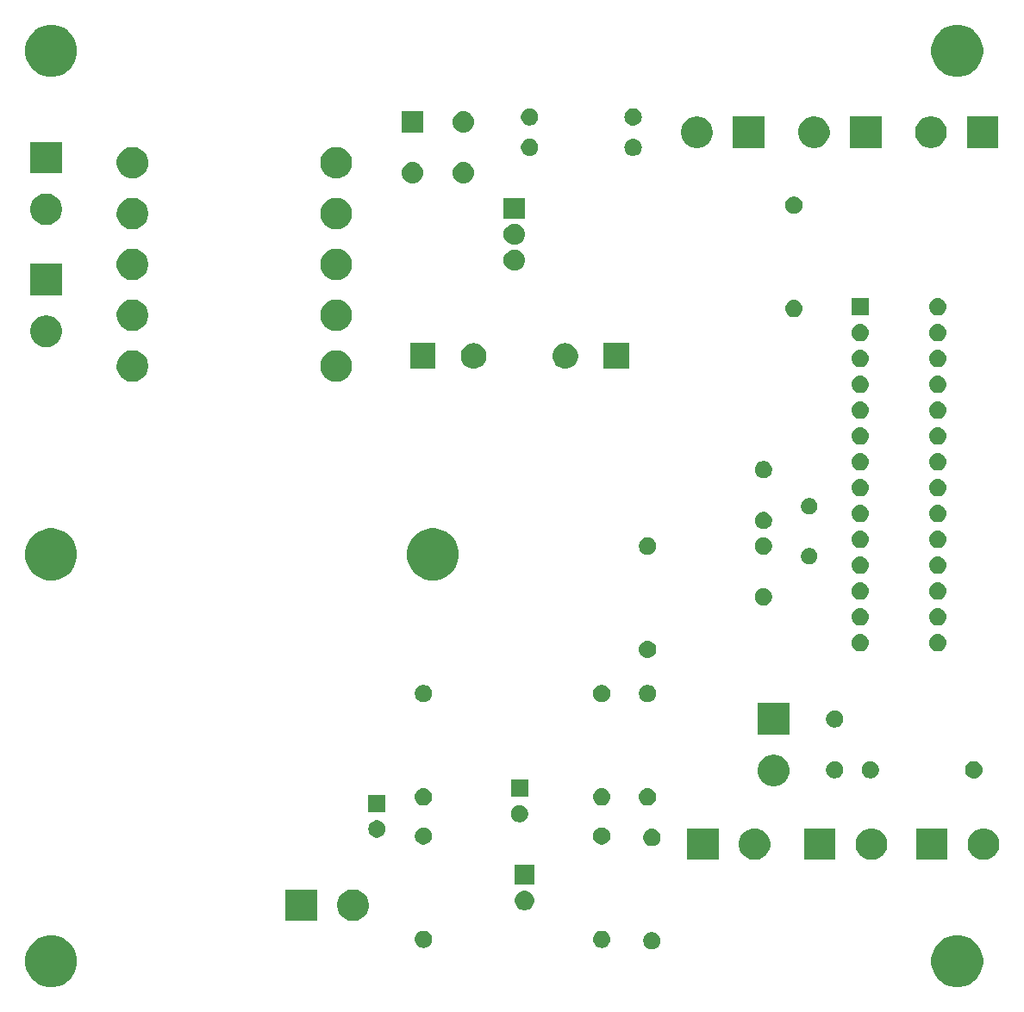
<source format=gbs>
G04 #@! TF.GenerationSoftware,KiCad,Pcbnew,5.0.2+dfsg1-1+deb10u1*
G04 #@! TF.CreationDate,2023-11-22T23:09:25+01:00*
G04 #@! TF.ProjectId,RSO-RouteurSolaireOpensource,52534f2d-526f-4757-9465-7572536f6c61,rev?*
G04 #@! TF.SameCoordinates,Original*
G04 #@! TF.FileFunction,Soldermask,Bot*
G04 #@! TF.FilePolarity,Negative*
%FSLAX46Y46*%
G04 Gerber Fmt 4.6, Leading zero omitted, Abs format (unit mm)*
G04 Created by KiCad (PCBNEW 5.0.2+dfsg1-1+deb10u1) date mer. 22 nov. 2023 23:09:25 CET*
%MOMM*%
%LPD*%
G01*
G04 APERTURE LIST*
%ADD10C,0.150000*%
G04 APERTURE END LIST*
D10*
G36*
X130244096Y-138047033D02*
X130244098Y-138047034D01*
X130244099Y-138047034D01*
X130708352Y-138239333D01*
X131119203Y-138513855D01*
X131126171Y-138518511D01*
X131481489Y-138873829D01*
X131481491Y-138873832D01*
X131760667Y-139291648D01*
X131952966Y-139755901D01*
X132051000Y-140248748D01*
X132051000Y-140751252D01*
X131952966Y-141244099D01*
X131760667Y-141708352D01*
X131482750Y-142124284D01*
X131481489Y-142126171D01*
X131126171Y-142481489D01*
X131126168Y-142481491D01*
X130708352Y-142760667D01*
X130244099Y-142952966D01*
X130244098Y-142952966D01*
X130244096Y-142952967D01*
X129751253Y-143051000D01*
X129248747Y-143051000D01*
X128755904Y-142952967D01*
X128755902Y-142952966D01*
X128755901Y-142952966D01*
X128291648Y-142760667D01*
X127873832Y-142481491D01*
X127873829Y-142481489D01*
X127518511Y-142126171D01*
X127517250Y-142124284D01*
X127239333Y-141708352D01*
X127047034Y-141244099D01*
X126949000Y-140751252D01*
X126949000Y-140248748D01*
X127047034Y-139755901D01*
X127239333Y-139291648D01*
X127518509Y-138873832D01*
X127518511Y-138873829D01*
X127873829Y-138518511D01*
X127880797Y-138513855D01*
X128291648Y-138239333D01*
X128755901Y-138047034D01*
X128755902Y-138047034D01*
X128755904Y-138047033D01*
X129248747Y-137949000D01*
X129751253Y-137949000D01*
X130244096Y-138047033D01*
X130244096Y-138047033D01*
G37*
G36*
X41244096Y-138047033D02*
X41244098Y-138047034D01*
X41244099Y-138047034D01*
X41708352Y-138239333D01*
X42119203Y-138513855D01*
X42126171Y-138518511D01*
X42481489Y-138873829D01*
X42481491Y-138873832D01*
X42760667Y-139291648D01*
X42952966Y-139755901D01*
X43051000Y-140248748D01*
X43051000Y-140751252D01*
X42952966Y-141244099D01*
X42760667Y-141708352D01*
X42482750Y-142124284D01*
X42481489Y-142126171D01*
X42126171Y-142481489D01*
X42126168Y-142481491D01*
X41708352Y-142760667D01*
X41244099Y-142952966D01*
X41244098Y-142952966D01*
X41244096Y-142952967D01*
X40751253Y-143051000D01*
X40248747Y-143051000D01*
X39755904Y-142952967D01*
X39755902Y-142952966D01*
X39755901Y-142952966D01*
X39291648Y-142760667D01*
X38873832Y-142481491D01*
X38873829Y-142481489D01*
X38518511Y-142126171D01*
X38517250Y-142124284D01*
X38239333Y-141708352D01*
X38047034Y-141244099D01*
X37949000Y-140751252D01*
X37949000Y-140248748D01*
X38047034Y-139755901D01*
X38239333Y-139291648D01*
X38518509Y-138873832D01*
X38518511Y-138873829D01*
X38873829Y-138518511D01*
X38880797Y-138513855D01*
X39291648Y-138239333D01*
X39755901Y-138047034D01*
X39755902Y-138047034D01*
X39755904Y-138047033D01*
X40248747Y-137949000D01*
X40751253Y-137949000D01*
X41244096Y-138047033D01*
X41244096Y-138047033D01*
G37*
G36*
X99748228Y-137681703D02*
X99903100Y-137745853D01*
X100042481Y-137838985D01*
X100161015Y-137957519D01*
X100254147Y-138096900D01*
X100318297Y-138251772D01*
X100351000Y-138416184D01*
X100351000Y-138583816D01*
X100318297Y-138748228D01*
X100254147Y-138903100D01*
X100161015Y-139042481D01*
X100042481Y-139161015D01*
X99903100Y-139254147D01*
X99748228Y-139318297D01*
X99583816Y-139351000D01*
X99416184Y-139351000D01*
X99251772Y-139318297D01*
X99096900Y-139254147D01*
X98957519Y-139161015D01*
X98838985Y-139042481D01*
X98745853Y-138903100D01*
X98681703Y-138748228D01*
X98649000Y-138583816D01*
X98649000Y-138416184D01*
X98681703Y-138251772D01*
X98745853Y-138096900D01*
X98838985Y-137957519D01*
X98957519Y-137838985D01*
X99096900Y-137745853D01*
X99251772Y-137681703D01*
X99416184Y-137649000D01*
X99583816Y-137649000D01*
X99748228Y-137681703D01*
X99748228Y-137681703D01*
G37*
G36*
X94743808Y-137508347D02*
X94743811Y-137508348D01*
X94743812Y-137508348D01*
X94904226Y-137557009D01*
X94904228Y-137557010D01*
X94904231Y-137557011D01*
X95052065Y-137636029D01*
X95181646Y-137742375D01*
X95287992Y-137871956D01*
X95367010Y-138019790D01*
X95367011Y-138019793D01*
X95367012Y-138019795D01*
X95415673Y-138180209D01*
X95415674Y-138180213D01*
X95432104Y-138347034D01*
X95415674Y-138513855D01*
X95415673Y-138513858D01*
X95415673Y-138513859D01*
X95394452Y-138583816D01*
X95367010Y-138674278D01*
X95287992Y-138822112D01*
X95181646Y-138951693D01*
X95052065Y-139058039D01*
X94904231Y-139137057D01*
X94904228Y-139137058D01*
X94904226Y-139137059D01*
X94743812Y-139185720D01*
X94743811Y-139185720D01*
X94743808Y-139185721D01*
X94618791Y-139198034D01*
X94535183Y-139198034D01*
X94410166Y-139185721D01*
X94410163Y-139185720D01*
X94410162Y-139185720D01*
X94249748Y-139137059D01*
X94249746Y-139137058D01*
X94249743Y-139137057D01*
X94101909Y-139058039D01*
X93972328Y-138951693D01*
X93865982Y-138822112D01*
X93786964Y-138674278D01*
X93759523Y-138583816D01*
X93738301Y-138513859D01*
X93738301Y-138513858D01*
X93738300Y-138513855D01*
X93721870Y-138347034D01*
X93738300Y-138180213D01*
X93738301Y-138180209D01*
X93786962Y-138019795D01*
X93786963Y-138019793D01*
X93786964Y-138019790D01*
X93865982Y-137871956D01*
X93972328Y-137742375D01*
X94101909Y-137636029D01*
X94249743Y-137557011D01*
X94249746Y-137557010D01*
X94249748Y-137557009D01*
X94410162Y-137508348D01*
X94410163Y-137508348D01*
X94410166Y-137508347D01*
X94535183Y-137496034D01*
X94618791Y-137496034D01*
X94743808Y-137508347D01*
X94743808Y-137508347D01*
G37*
G36*
X77243808Y-137508347D02*
X77243811Y-137508348D01*
X77243812Y-137508348D01*
X77404226Y-137557009D01*
X77404228Y-137557010D01*
X77404231Y-137557011D01*
X77552065Y-137636029D01*
X77681646Y-137742375D01*
X77787992Y-137871956D01*
X77867010Y-138019790D01*
X77867011Y-138019793D01*
X77867012Y-138019795D01*
X77915673Y-138180209D01*
X77915674Y-138180213D01*
X77932104Y-138347034D01*
X77915674Y-138513855D01*
X77915673Y-138513858D01*
X77915673Y-138513859D01*
X77894452Y-138583816D01*
X77867010Y-138674278D01*
X77787992Y-138822112D01*
X77681646Y-138951693D01*
X77552065Y-139058039D01*
X77404231Y-139137057D01*
X77404228Y-139137058D01*
X77404226Y-139137059D01*
X77243812Y-139185720D01*
X77243811Y-139185720D01*
X77243808Y-139185721D01*
X77118791Y-139198034D01*
X77035183Y-139198034D01*
X76910166Y-139185721D01*
X76910163Y-139185720D01*
X76910162Y-139185720D01*
X76749748Y-139137059D01*
X76749746Y-139137058D01*
X76749743Y-139137057D01*
X76601909Y-139058039D01*
X76472328Y-138951693D01*
X76365982Y-138822112D01*
X76286964Y-138674278D01*
X76259523Y-138583816D01*
X76238301Y-138513859D01*
X76238301Y-138513858D01*
X76238300Y-138513855D01*
X76221870Y-138347034D01*
X76238300Y-138180213D01*
X76238301Y-138180209D01*
X76286962Y-138019795D01*
X76286963Y-138019793D01*
X76286964Y-138019790D01*
X76365982Y-137871956D01*
X76472328Y-137742375D01*
X76601909Y-137636029D01*
X76749743Y-137557011D01*
X76749746Y-137557010D01*
X76749748Y-137557009D01*
X76910162Y-137508348D01*
X76910163Y-137508348D01*
X76910166Y-137508347D01*
X77035183Y-137496034D01*
X77118791Y-137496034D01*
X77243808Y-137508347D01*
X77243808Y-137508347D01*
G37*
G36*
X70512527Y-133488736D02*
X70612410Y-133508604D01*
X70894674Y-133625521D01*
X71148705Y-133795259D01*
X71364741Y-134011295D01*
X71534479Y-134265326D01*
X71651396Y-134547590D01*
X71651396Y-134547591D01*
X71711000Y-134847238D01*
X71711000Y-135152762D01*
X71685951Y-135278690D01*
X71651396Y-135452410D01*
X71534479Y-135734674D01*
X71364741Y-135988705D01*
X71148705Y-136204741D01*
X70894674Y-136374479D01*
X70612410Y-136491396D01*
X70512527Y-136511264D01*
X70312762Y-136551000D01*
X70007238Y-136551000D01*
X69807473Y-136511264D01*
X69707590Y-136491396D01*
X69425326Y-136374479D01*
X69171295Y-136204741D01*
X68955259Y-135988705D01*
X68785521Y-135734674D01*
X68668604Y-135452410D01*
X68634049Y-135278690D01*
X68609000Y-135152762D01*
X68609000Y-134847238D01*
X68668604Y-134547591D01*
X68668604Y-134547590D01*
X68785521Y-134265326D01*
X68955259Y-134011295D01*
X69171295Y-133795259D01*
X69425326Y-133625521D01*
X69707590Y-133508604D01*
X69807473Y-133488736D01*
X70007238Y-133449000D01*
X70312762Y-133449000D01*
X70512527Y-133488736D01*
X70512527Y-133488736D01*
G37*
G36*
X66631000Y-136551000D02*
X63529000Y-136551000D01*
X63529000Y-133449000D01*
X66631000Y-133449000D01*
X66631000Y-136551000D01*
X66631000Y-136551000D01*
G37*
G36*
X87277396Y-133625546D02*
X87450466Y-133697234D01*
X87606230Y-133801312D01*
X87738688Y-133933770D01*
X87842766Y-134089534D01*
X87914454Y-134262604D01*
X87951000Y-134446333D01*
X87951000Y-134633667D01*
X87914454Y-134817396D01*
X87842766Y-134990466D01*
X87738688Y-135146230D01*
X87606230Y-135278688D01*
X87450466Y-135382766D01*
X87277396Y-135454454D01*
X87093667Y-135491000D01*
X86906333Y-135491000D01*
X86722604Y-135454454D01*
X86549534Y-135382766D01*
X86393770Y-135278688D01*
X86261312Y-135146230D01*
X86157234Y-134990466D01*
X86085546Y-134817396D01*
X86049000Y-134633667D01*
X86049000Y-134446333D01*
X86085546Y-134262604D01*
X86157234Y-134089534D01*
X86261312Y-133933770D01*
X86393770Y-133801312D01*
X86549534Y-133697234D01*
X86722604Y-133625546D01*
X86906333Y-133589000D01*
X87093667Y-133589000D01*
X87277396Y-133625546D01*
X87277396Y-133625546D01*
G37*
G36*
X87951000Y-132951000D02*
X86049000Y-132951000D01*
X86049000Y-131049000D01*
X87951000Y-131049000D01*
X87951000Y-132951000D01*
X87951000Y-132951000D01*
G37*
G36*
X106051000Y-130551000D02*
X102949000Y-130551000D01*
X102949000Y-127449000D01*
X106051000Y-127449000D01*
X106051000Y-130551000D01*
X106051000Y-130551000D01*
G37*
G36*
X109932527Y-127488736D02*
X110032410Y-127508604D01*
X110314674Y-127625521D01*
X110568705Y-127795259D01*
X110784741Y-128011295D01*
X110954479Y-128265326D01*
X111071396Y-128547590D01*
X111131000Y-128847240D01*
X111131000Y-129152760D01*
X111071396Y-129452410D01*
X110954479Y-129734674D01*
X110784741Y-129988705D01*
X110568705Y-130204741D01*
X110314674Y-130374479D01*
X110032410Y-130491396D01*
X109932527Y-130511264D01*
X109732762Y-130551000D01*
X109427238Y-130551000D01*
X109227473Y-130511264D01*
X109127590Y-130491396D01*
X108845326Y-130374479D01*
X108591295Y-130204741D01*
X108375259Y-129988705D01*
X108205521Y-129734674D01*
X108088604Y-129452410D01*
X108029000Y-129152760D01*
X108029000Y-128847240D01*
X108088604Y-128547590D01*
X108205521Y-128265326D01*
X108375259Y-128011295D01*
X108591295Y-127795259D01*
X108845326Y-127625521D01*
X109127590Y-127508604D01*
X109227473Y-127488736D01*
X109427238Y-127449000D01*
X109732762Y-127449000D01*
X109932527Y-127488736D01*
X109932527Y-127488736D01*
G37*
G36*
X128551000Y-130551000D02*
X125449000Y-130551000D01*
X125449000Y-127449000D01*
X128551000Y-127449000D01*
X128551000Y-130551000D01*
X128551000Y-130551000D01*
G37*
G36*
X132432527Y-127488736D02*
X132532410Y-127508604D01*
X132814674Y-127625521D01*
X133068705Y-127795259D01*
X133284741Y-128011295D01*
X133454479Y-128265326D01*
X133571396Y-128547590D01*
X133631000Y-128847240D01*
X133631000Y-129152760D01*
X133571396Y-129452410D01*
X133454479Y-129734674D01*
X133284741Y-129988705D01*
X133068705Y-130204741D01*
X132814674Y-130374479D01*
X132532410Y-130491396D01*
X132432527Y-130511264D01*
X132232762Y-130551000D01*
X131927238Y-130551000D01*
X131727473Y-130511264D01*
X131627590Y-130491396D01*
X131345326Y-130374479D01*
X131091295Y-130204741D01*
X130875259Y-129988705D01*
X130705521Y-129734674D01*
X130588604Y-129452410D01*
X130529000Y-129152760D01*
X130529000Y-128847240D01*
X130588604Y-128547590D01*
X130705521Y-128265326D01*
X130875259Y-128011295D01*
X131091295Y-127795259D01*
X131345326Y-127625521D01*
X131627590Y-127508604D01*
X131727473Y-127488736D01*
X131927238Y-127449000D01*
X132232762Y-127449000D01*
X132432527Y-127488736D01*
X132432527Y-127488736D01*
G37*
G36*
X121432527Y-127488736D02*
X121532410Y-127508604D01*
X121814674Y-127625521D01*
X122068705Y-127795259D01*
X122284741Y-128011295D01*
X122454479Y-128265326D01*
X122571396Y-128547590D01*
X122631000Y-128847240D01*
X122631000Y-129152760D01*
X122571396Y-129452410D01*
X122454479Y-129734674D01*
X122284741Y-129988705D01*
X122068705Y-130204741D01*
X121814674Y-130374479D01*
X121532410Y-130491396D01*
X121432527Y-130511264D01*
X121232762Y-130551000D01*
X120927238Y-130551000D01*
X120727473Y-130511264D01*
X120627590Y-130491396D01*
X120345326Y-130374479D01*
X120091295Y-130204741D01*
X119875259Y-129988705D01*
X119705521Y-129734674D01*
X119588604Y-129452410D01*
X119529000Y-129152760D01*
X119529000Y-128847240D01*
X119588604Y-128547590D01*
X119705521Y-128265326D01*
X119875259Y-128011295D01*
X120091295Y-127795259D01*
X120345326Y-127625521D01*
X120627590Y-127508604D01*
X120727473Y-127488736D01*
X120927238Y-127449000D01*
X121232762Y-127449000D01*
X121432527Y-127488736D01*
X121432527Y-127488736D01*
G37*
G36*
X117551000Y-130551000D02*
X114449000Y-130551000D01*
X114449000Y-127449000D01*
X117551000Y-127449000D01*
X117551000Y-130551000D01*
X117551000Y-130551000D01*
G37*
G36*
X99666821Y-127501313D02*
X99666824Y-127501314D01*
X99666825Y-127501314D01*
X99827239Y-127549975D01*
X99827241Y-127549976D01*
X99827244Y-127549977D01*
X99975078Y-127628995D01*
X100104659Y-127735341D01*
X100211005Y-127864922D01*
X100290023Y-128012756D01*
X100290024Y-128012759D01*
X100290025Y-128012761D01*
X100334997Y-128161014D01*
X100338687Y-128173179D01*
X100355117Y-128340000D01*
X100338687Y-128506821D01*
X100338686Y-128506824D01*
X100338686Y-128506825D01*
X100313415Y-128590134D01*
X100290023Y-128667244D01*
X100211005Y-128815078D01*
X100104659Y-128944659D01*
X99975078Y-129051005D01*
X99827244Y-129130023D01*
X99827241Y-129130024D01*
X99827239Y-129130025D01*
X99666825Y-129178686D01*
X99666824Y-129178686D01*
X99666821Y-129178687D01*
X99541804Y-129191000D01*
X99458196Y-129191000D01*
X99333179Y-129178687D01*
X99333176Y-129178686D01*
X99333175Y-129178686D01*
X99172761Y-129130025D01*
X99172759Y-129130024D01*
X99172756Y-129130023D01*
X99024922Y-129051005D01*
X98895341Y-128944659D01*
X98788995Y-128815078D01*
X98709977Y-128667244D01*
X98686586Y-128590134D01*
X98661314Y-128506825D01*
X98661314Y-128506824D01*
X98661313Y-128506821D01*
X98644883Y-128340000D01*
X98661313Y-128173179D01*
X98665003Y-128161014D01*
X98709975Y-128012761D01*
X98709976Y-128012759D01*
X98709977Y-128012756D01*
X98788995Y-127864922D01*
X98895341Y-127735341D01*
X99024922Y-127628995D01*
X99172756Y-127549977D01*
X99172759Y-127549976D01*
X99172761Y-127549975D01*
X99333175Y-127501314D01*
X99333176Y-127501314D01*
X99333179Y-127501313D01*
X99458196Y-127489000D01*
X99541804Y-127489000D01*
X99666821Y-127501313D01*
X99666821Y-127501313D01*
G37*
G36*
X77325215Y-127368737D02*
X77480087Y-127432887D01*
X77619468Y-127526019D01*
X77738002Y-127644553D01*
X77831134Y-127783934D01*
X77895284Y-127938806D01*
X77927987Y-128103218D01*
X77927987Y-128270850D01*
X77895284Y-128435262D01*
X77831134Y-128590134D01*
X77738002Y-128729515D01*
X77619468Y-128848049D01*
X77480087Y-128941181D01*
X77325215Y-129005331D01*
X77160803Y-129038034D01*
X76993171Y-129038034D01*
X76828759Y-129005331D01*
X76673887Y-128941181D01*
X76534506Y-128848049D01*
X76415972Y-128729515D01*
X76322840Y-128590134D01*
X76258690Y-128435262D01*
X76225987Y-128270850D01*
X76225987Y-128103218D01*
X76258690Y-127938806D01*
X76322840Y-127783934D01*
X76415972Y-127644553D01*
X76534506Y-127526019D01*
X76673887Y-127432887D01*
X76828759Y-127368737D01*
X76993171Y-127336034D01*
X77160803Y-127336034D01*
X77325215Y-127368737D01*
X77325215Y-127368737D01*
G37*
G36*
X94825215Y-127368737D02*
X94980087Y-127432887D01*
X95119468Y-127526019D01*
X95238002Y-127644553D01*
X95331134Y-127783934D01*
X95395284Y-127938806D01*
X95427987Y-128103218D01*
X95427987Y-128270850D01*
X95395284Y-128435262D01*
X95331134Y-128590134D01*
X95238002Y-128729515D01*
X95119468Y-128848049D01*
X94980087Y-128941181D01*
X94825215Y-129005331D01*
X94660803Y-129038034D01*
X94493171Y-129038034D01*
X94328759Y-129005331D01*
X94173887Y-128941181D01*
X94034506Y-128848049D01*
X93915972Y-128729515D01*
X93822840Y-128590134D01*
X93758690Y-128435262D01*
X93725987Y-128270850D01*
X93725987Y-128103218D01*
X93758690Y-127938806D01*
X93822840Y-127783934D01*
X93915972Y-127644553D01*
X94034506Y-127526019D01*
X94173887Y-127432887D01*
X94328759Y-127368737D01*
X94493171Y-127336034D01*
X94660803Y-127336034D01*
X94825215Y-127368737D01*
X94825215Y-127368737D01*
G37*
G36*
X72748228Y-126681703D02*
X72903100Y-126745853D01*
X73042481Y-126838985D01*
X73161015Y-126957519D01*
X73254147Y-127096900D01*
X73318297Y-127251772D01*
X73351000Y-127416184D01*
X73351000Y-127583816D01*
X73318297Y-127748228D01*
X73254147Y-127903100D01*
X73161015Y-128042481D01*
X73042481Y-128161015D01*
X72903100Y-128254147D01*
X72748228Y-128318297D01*
X72583816Y-128351000D01*
X72416184Y-128351000D01*
X72251772Y-128318297D01*
X72096900Y-128254147D01*
X71957519Y-128161015D01*
X71838985Y-128042481D01*
X71745853Y-127903100D01*
X71681703Y-127748228D01*
X71649000Y-127583816D01*
X71649000Y-127416184D01*
X71681703Y-127251772D01*
X71745853Y-127096900D01*
X71838985Y-126957519D01*
X71957519Y-126838985D01*
X72096900Y-126745853D01*
X72251772Y-126681703D01*
X72416184Y-126649000D01*
X72583816Y-126649000D01*
X72748228Y-126681703D01*
X72748228Y-126681703D01*
G37*
G36*
X86748228Y-125181703D02*
X86903100Y-125245853D01*
X87042481Y-125338985D01*
X87161015Y-125457519D01*
X87254147Y-125596900D01*
X87318297Y-125751772D01*
X87351000Y-125916184D01*
X87351000Y-126083816D01*
X87318297Y-126248228D01*
X87254147Y-126403100D01*
X87161015Y-126542481D01*
X87042481Y-126661015D01*
X86903100Y-126754147D01*
X86748228Y-126818297D01*
X86583816Y-126851000D01*
X86416184Y-126851000D01*
X86251772Y-126818297D01*
X86096900Y-126754147D01*
X85957519Y-126661015D01*
X85838985Y-126542481D01*
X85745853Y-126403100D01*
X85681703Y-126248228D01*
X85649000Y-126083816D01*
X85649000Y-125916184D01*
X85681703Y-125751772D01*
X85745853Y-125596900D01*
X85838985Y-125457519D01*
X85957519Y-125338985D01*
X86096900Y-125245853D01*
X86251772Y-125181703D01*
X86416184Y-125149000D01*
X86583816Y-125149000D01*
X86748228Y-125181703D01*
X86748228Y-125181703D01*
G37*
G36*
X73351000Y-125851000D02*
X71649000Y-125851000D01*
X71649000Y-124149000D01*
X73351000Y-124149000D01*
X73351000Y-125851000D01*
X73351000Y-125851000D01*
G37*
G36*
X94743808Y-123508347D02*
X94743811Y-123508348D01*
X94743812Y-123508348D01*
X94904226Y-123557009D01*
X94904228Y-123557010D01*
X94904231Y-123557011D01*
X95052065Y-123636029D01*
X95181646Y-123742375D01*
X95287992Y-123871956D01*
X95367010Y-124019790D01*
X95415674Y-124180213D01*
X95432104Y-124347034D01*
X95415674Y-124513855D01*
X95367010Y-124674278D01*
X95287992Y-124822112D01*
X95181646Y-124951693D01*
X95052065Y-125058039D01*
X94904231Y-125137057D01*
X94904228Y-125137058D01*
X94904226Y-125137059D01*
X94743812Y-125185720D01*
X94743811Y-125185720D01*
X94743808Y-125185721D01*
X94618791Y-125198034D01*
X94535183Y-125198034D01*
X94410166Y-125185721D01*
X94410163Y-125185720D01*
X94410162Y-125185720D01*
X94249748Y-125137059D01*
X94249746Y-125137058D01*
X94249743Y-125137057D01*
X94101909Y-125058039D01*
X93972328Y-124951693D01*
X93865982Y-124822112D01*
X93786964Y-124674278D01*
X93738300Y-124513855D01*
X93721870Y-124347034D01*
X93738300Y-124180213D01*
X93786964Y-124019790D01*
X93865982Y-123871956D01*
X93972328Y-123742375D01*
X94101909Y-123636029D01*
X94249743Y-123557011D01*
X94249746Y-123557010D01*
X94249748Y-123557009D01*
X94410162Y-123508348D01*
X94410163Y-123508348D01*
X94410166Y-123508347D01*
X94535183Y-123496034D01*
X94618791Y-123496034D01*
X94743808Y-123508347D01*
X94743808Y-123508347D01*
G37*
G36*
X77243808Y-123508347D02*
X77243811Y-123508348D01*
X77243812Y-123508348D01*
X77404226Y-123557009D01*
X77404228Y-123557010D01*
X77404231Y-123557011D01*
X77552065Y-123636029D01*
X77681646Y-123742375D01*
X77787992Y-123871956D01*
X77867010Y-124019790D01*
X77915674Y-124180213D01*
X77932104Y-124347034D01*
X77915674Y-124513855D01*
X77867010Y-124674278D01*
X77787992Y-124822112D01*
X77681646Y-124951693D01*
X77552065Y-125058039D01*
X77404231Y-125137057D01*
X77404228Y-125137058D01*
X77404226Y-125137059D01*
X77243812Y-125185720D01*
X77243811Y-125185720D01*
X77243808Y-125185721D01*
X77118791Y-125198034D01*
X77035183Y-125198034D01*
X76910166Y-125185721D01*
X76910163Y-125185720D01*
X76910162Y-125185720D01*
X76749748Y-125137059D01*
X76749746Y-125137058D01*
X76749743Y-125137057D01*
X76601909Y-125058039D01*
X76472328Y-124951693D01*
X76365982Y-124822112D01*
X76286964Y-124674278D01*
X76238300Y-124513855D01*
X76221870Y-124347034D01*
X76238300Y-124180213D01*
X76286964Y-124019790D01*
X76365982Y-123871956D01*
X76472328Y-123742375D01*
X76601909Y-123636029D01*
X76749743Y-123557011D01*
X76749746Y-123557010D01*
X76749748Y-123557009D01*
X76910162Y-123508348D01*
X76910163Y-123508348D01*
X76910166Y-123508347D01*
X77035183Y-123496034D01*
X77118791Y-123496034D01*
X77243808Y-123508347D01*
X77243808Y-123508347D01*
G37*
G36*
X99243808Y-123508347D02*
X99243811Y-123508348D01*
X99243812Y-123508348D01*
X99404226Y-123557009D01*
X99404228Y-123557010D01*
X99404231Y-123557011D01*
X99552065Y-123636029D01*
X99681646Y-123742375D01*
X99787992Y-123871956D01*
X99867010Y-124019790D01*
X99915674Y-124180213D01*
X99932104Y-124347034D01*
X99915674Y-124513855D01*
X99867010Y-124674278D01*
X99787992Y-124822112D01*
X99681646Y-124951693D01*
X99552065Y-125058039D01*
X99404231Y-125137057D01*
X99404228Y-125137058D01*
X99404226Y-125137059D01*
X99243812Y-125185720D01*
X99243811Y-125185720D01*
X99243808Y-125185721D01*
X99118791Y-125198034D01*
X99035183Y-125198034D01*
X98910166Y-125185721D01*
X98910163Y-125185720D01*
X98910162Y-125185720D01*
X98749748Y-125137059D01*
X98749746Y-125137058D01*
X98749743Y-125137057D01*
X98601909Y-125058039D01*
X98472328Y-124951693D01*
X98365982Y-124822112D01*
X98286964Y-124674278D01*
X98238300Y-124513855D01*
X98221870Y-124347034D01*
X98238300Y-124180213D01*
X98286964Y-124019790D01*
X98365982Y-123871956D01*
X98472328Y-123742375D01*
X98601909Y-123636029D01*
X98749743Y-123557011D01*
X98749746Y-123557010D01*
X98749748Y-123557009D01*
X98910162Y-123508348D01*
X98910163Y-123508348D01*
X98910166Y-123508347D01*
X99035183Y-123496034D01*
X99118791Y-123496034D01*
X99243808Y-123508347D01*
X99243808Y-123508347D01*
G37*
G36*
X87351000Y-124351000D02*
X85649000Y-124351000D01*
X85649000Y-122649000D01*
X87351000Y-122649000D01*
X87351000Y-124351000D01*
X87351000Y-124351000D01*
G37*
G36*
X111814733Y-120246900D02*
X111914616Y-120266768D01*
X112196880Y-120383685D01*
X112450911Y-120553423D01*
X112666947Y-120769459D01*
X112836685Y-121023490D01*
X112953602Y-121305754D01*
X112953602Y-121305755D01*
X113013206Y-121605402D01*
X113013206Y-121910926D01*
X112994413Y-122005403D01*
X112953602Y-122210574D01*
X112836685Y-122492838D01*
X112666947Y-122746869D01*
X112450911Y-122962905D01*
X112196880Y-123132643D01*
X111914616Y-123249560D01*
X111814733Y-123269428D01*
X111614968Y-123309164D01*
X111309444Y-123309164D01*
X111109679Y-123269428D01*
X111009796Y-123249560D01*
X110727532Y-123132643D01*
X110473501Y-122962905D01*
X110257465Y-122746869D01*
X110087727Y-122492838D01*
X109970810Y-122210574D01*
X109929999Y-122005403D01*
X109911206Y-121910926D01*
X109911206Y-121605402D01*
X109970810Y-121305755D01*
X109970810Y-121305754D01*
X110087727Y-121023490D01*
X110257465Y-120769459D01*
X110473501Y-120553423D01*
X110727532Y-120383685D01*
X111009796Y-120266768D01*
X111109679Y-120246900D01*
X111309444Y-120207164D01*
X111614968Y-120207164D01*
X111814733Y-120246900D01*
X111814733Y-120246900D01*
G37*
G36*
X131289027Y-120839477D02*
X131289030Y-120839478D01*
X131289031Y-120839478D01*
X131449445Y-120888139D01*
X131449447Y-120888140D01*
X131449450Y-120888141D01*
X131597284Y-120967159D01*
X131726865Y-121073505D01*
X131833211Y-121203086D01*
X131912229Y-121350920D01*
X131912230Y-121350923D01*
X131912231Y-121350925D01*
X131960892Y-121511339D01*
X131960893Y-121511343D01*
X131977323Y-121678164D01*
X131960893Y-121844985D01*
X131960892Y-121844988D01*
X131960892Y-121844989D01*
X131936199Y-121926392D01*
X131912229Y-122005408D01*
X131833211Y-122153242D01*
X131726865Y-122282823D01*
X131597284Y-122389169D01*
X131449450Y-122468187D01*
X131449447Y-122468188D01*
X131449445Y-122468189D01*
X131289031Y-122516850D01*
X131289030Y-122516850D01*
X131289027Y-122516851D01*
X131164010Y-122529164D01*
X131080402Y-122529164D01*
X130955385Y-122516851D01*
X130955382Y-122516850D01*
X130955381Y-122516850D01*
X130794967Y-122468189D01*
X130794965Y-122468188D01*
X130794962Y-122468187D01*
X130647128Y-122389169D01*
X130517547Y-122282823D01*
X130411201Y-122153242D01*
X130332183Y-122005408D01*
X130308214Y-121926392D01*
X130283520Y-121844989D01*
X130283520Y-121844988D01*
X130283519Y-121844985D01*
X130267089Y-121678164D01*
X130283519Y-121511343D01*
X130283520Y-121511339D01*
X130332181Y-121350925D01*
X130332182Y-121350923D01*
X130332183Y-121350920D01*
X130411201Y-121203086D01*
X130517547Y-121073505D01*
X130647128Y-120967159D01*
X130794962Y-120888141D01*
X130794965Y-120888140D01*
X130794967Y-120888139D01*
X130955381Y-120839478D01*
X130955382Y-120839478D01*
X130955385Y-120839477D01*
X131080402Y-120827164D01*
X131164010Y-120827164D01*
X131289027Y-120839477D01*
X131289027Y-120839477D01*
G37*
G36*
X121210434Y-120859867D02*
X121365306Y-120924017D01*
X121504687Y-121017149D01*
X121623221Y-121135683D01*
X121716353Y-121275064D01*
X121780503Y-121429936D01*
X121813206Y-121594348D01*
X121813206Y-121761980D01*
X121780503Y-121926392D01*
X121716353Y-122081264D01*
X121623221Y-122220645D01*
X121504687Y-122339179D01*
X121365306Y-122432311D01*
X121210434Y-122496461D01*
X121046022Y-122529164D01*
X120878390Y-122529164D01*
X120713978Y-122496461D01*
X120559106Y-122432311D01*
X120419725Y-122339179D01*
X120301191Y-122220645D01*
X120208059Y-122081264D01*
X120143909Y-121926392D01*
X120111206Y-121761980D01*
X120111206Y-121594348D01*
X120143909Y-121429936D01*
X120208059Y-121275064D01*
X120301191Y-121135683D01*
X120419725Y-121017149D01*
X120559106Y-120924017D01*
X120713978Y-120859867D01*
X120878390Y-120827164D01*
X121046022Y-120827164D01*
X121210434Y-120859867D01*
X121210434Y-120859867D01*
G37*
G36*
X117710434Y-120859867D02*
X117865306Y-120924017D01*
X118004687Y-121017149D01*
X118123221Y-121135683D01*
X118216353Y-121275064D01*
X118280503Y-121429936D01*
X118313206Y-121594348D01*
X118313206Y-121761980D01*
X118280503Y-121926392D01*
X118216353Y-122081264D01*
X118123221Y-122220645D01*
X118004687Y-122339179D01*
X117865306Y-122432311D01*
X117710434Y-122496461D01*
X117546022Y-122529164D01*
X117378390Y-122529164D01*
X117213978Y-122496461D01*
X117059106Y-122432311D01*
X116919725Y-122339179D01*
X116801191Y-122220645D01*
X116708059Y-122081264D01*
X116643909Y-121926392D01*
X116611206Y-121761980D01*
X116611206Y-121594348D01*
X116643909Y-121429936D01*
X116708059Y-121275064D01*
X116801191Y-121135683D01*
X116919725Y-121017149D01*
X117059106Y-120924017D01*
X117213978Y-120859867D01*
X117378390Y-120827164D01*
X117546022Y-120827164D01*
X117710434Y-120859867D01*
X117710434Y-120859867D01*
G37*
G36*
X113013206Y-118229164D02*
X109911206Y-118229164D01*
X109911206Y-115127164D01*
X113013206Y-115127164D01*
X113013206Y-118229164D01*
X113013206Y-118229164D01*
G37*
G36*
X117710434Y-115859867D02*
X117865306Y-115924017D01*
X118004687Y-116017149D01*
X118123221Y-116135683D01*
X118216353Y-116275064D01*
X118280503Y-116429936D01*
X118313206Y-116594348D01*
X118313206Y-116761980D01*
X118280503Y-116926392D01*
X118216353Y-117081264D01*
X118123221Y-117220645D01*
X118004687Y-117339179D01*
X117865306Y-117432311D01*
X117710434Y-117496461D01*
X117546022Y-117529164D01*
X117378390Y-117529164D01*
X117213978Y-117496461D01*
X117059106Y-117432311D01*
X116919725Y-117339179D01*
X116801191Y-117220645D01*
X116708059Y-117081264D01*
X116643909Y-116926392D01*
X116611206Y-116761980D01*
X116611206Y-116594348D01*
X116643909Y-116429936D01*
X116708059Y-116275064D01*
X116801191Y-116135683D01*
X116919725Y-116017149D01*
X117059106Y-115924017D01*
X117213978Y-115859867D01*
X117378390Y-115827164D01*
X117546022Y-115827164D01*
X117710434Y-115859867D01*
X117710434Y-115859867D01*
G37*
G36*
X77325215Y-113368737D02*
X77480087Y-113432887D01*
X77619468Y-113526019D01*
X77738002Y-113644553D01*
X77831134Y-113783934D01*
X77895284Y-113938806D01*
X77927987Y-114103218D01*
X77927987Y-114270850D01*
X77895284Y-114435262D01*
X77831134Y-114590134D01*
X77738002Y-114729515D01*
X77619468Y-114848049D01*
X77480087Y-114941181D01*
X77325215Y-115005331D01*
X77160803Y-115038034D01*
X76993171Y-115038034D01*
X76828759Y-115005331D01*
X76673887Y-114941181D01*
X76534506Y-114848049D01*
X76415972Y-114729515D01*
X76322840Y-114590134D01*
X76258690Y-114435262D01*
X76225987Y-114270850D01*
X76225987Y-114103218D01*
X76258690Y-113938806D01*
X76322840Y-113783934D01*
X76415972Y-113644553D01*
X76534506Y-113526019D01*
X76673887Y-113432887D01*
X76828759Y-113368737D01*
X76993171Y-113336034D01*
X77160803Y-113336034D01*
X77325215Y-113368737D01*
X77325215Y-113368737D01*
G37*
G36*
X94825215Y-113368737D02*
X94980087Y-113432887D01*
X95119468Y-113526019D01*
X95238002Y-113644553D01*
X95331134Y-113783934D01*
X95395284Y-113938806D01*
X95427987Y-114103218D01*
X95427987Y-114270850D01*
X95395284Y-114435262D01*
X95331134Y-114590134D01*
X95238002Y-114729515D01*
X95119468Y-114848049D01*
X94980087Y-114941181D01*
X94825215Y-115005331D01*
X94660803Y-115038034D01*
X94493171Y-115038034D01*
X94328759Y-115005331D01*
X94173887Y-114941181D01*
X94034506Y-114848049D01*
X93915972Y-114729515D01*
X93822840Y-114590134D01*
X93758690Y-114435262D01*
X93725987Y-114270850D01*
X93725987Y-114103218D01*
X93758690Y-113938806D01*
X93822840Y-113783934D01*
X93915972Y-113644553D01*
X94034506Y-113526019D01*
X94173887Y-113432887D01*
X94328759Y-113368737D01*
X94493171Y-113336034D01*
X94660803Y-113336034D01*
X94825215Y-113368737D01*
X94825215Y-113368737D01*
G37*
G36*
X99325215Y-113368737D02*
X99480087Y-113432887D01*
X99619468Y-113526019D01*
X99738002Y-113644553D01*
X99831134Y-113783934D01*
X99895284Y-113938806D01*
X99927987Y-114103218D01*
X99927987Y-114270850D01*
X99895284Y-114435262D01*
X99831134Y-114590134D01*
X99738002Y-114729515D01*
X99619468Y-114848049D01*
X99480087Y-114941181D01*
X99325215Y-115005331D01*
X99160803Y-115038034D01*
X98993171Y-115038034D01*
X98828759Y-115005331D01*
X98673887Y-114941181D01*
X98534506Y-114848049D01*
X98415972Y-114729515D01*
X98322840Y-114590134D01*
X98258690Y-114435262D01*
X98225987Y-114270850D01*
X98225987Y-114103218D01*
X98258690Y-113938806D01*
X98322840Y-113783934D01*
X98415972Y-113644553D01*
X98534506Y-113526019D01*
X98673887Y-113432887D01*
X98828759Y-113368737D01*
X98993171Y-113336034D01*
X99160803Y-113336034D01*
X99325215Y-113368737D01*
X99325215Y-113368737D01*
G37*
G36*
X99243808Y-109008347D02*
X99243811Y-109008348D01*
X99243812Y-109008348D01*
X99404226Y-109057009D01*
X99404228Y-109057010D01*
X99404231Y-109057011D01*
X99552065Y-109136029D01*
X99681646Y-109242375D01*
X99787992Y-109371956D01*
X99867010Y-109519790D01*
X99867011Y-109519793D01*
X99867012Y-109519795D01*
X99915673Y-109680209D01*
X99915674Y-109680213D01*
X99932104Y-109847034D01*
X99915674Y-110013855D01*
X99867010Y-110174278D01*
X99787992Y-110322112D01*
X99681646Y-110451693D01*
X99552065Y-110558039D01*
X99404231Y-110637057D01*
X99404228Y-110637058D01*
X99404226Y-110637059D01*
X99243812Y-110685720D01*
X99243811Y-110685720D01*
X99243808Y-110685721D01*
X99118791Y-110698034D01*
X99035183Y-110698034D01*
X98910166Y-110685721D01*
X98910163Y-110685720D01*
X98910162Y-110685720D01*
X98749748Y-110637059D01*
X98749746Y-110637058D01*
X98749743Y-110637057D01*
X98601909Y-110558039D01*
X98472328Y-110451693D01*
X98365982Y-110322112D01*
X98286964Y-110174278D01*
X98238300Y-110013855D01*
X98221870Y-109847034D01*
X98238300Y-109680213D01*
X98238301Y-109680209D01*
X98286962Y-109519795D01*
X98286963Y-109519793D01*
X98286964Y-109519790D01*
X98365982Y-109371956D01*
X98472328Y-109242375D01*
X98601909Y-109136029D01*
X98749743Y-109057011D01*
X98749746Y-109057010D01*
X98749748Y-109057009D01*
X98910162Y-109008348D01*
X98910163Y-109008348D01*
X98910166Y-109008347D01*
X99035183Y-108996034D01*
X99118791Y-108996034D01*
X99243808Y-109008347D01*
X99243808Y-109008347D01*
G37*
G36*
X120129027Y-108359477D02*
X120129030Y-108359478D01*
X120129031Y-108359478D01*
X120289445Y-108408139D01*
X120289447Y-108408140D01*
X120289450Y-108408141D01*
X120437284Y-108487159D01*
X120566865Y-108593505D01*
X120673211Y-108723086D01*
X120752229Y-108870920D01*
X120800893Y-109031343D01*
X120817323Y-109198164D01*
X120800893Y-109364985D01*
X120800892Y-109364988D01*
X120800892Y-109364989D01*
X120753934Y-109519790D01*
X120752229Y-109525408D01*
X120673211Y-109673242D01*
X120566865Y-109802823D01*
X120437284Y-109909169D01*
X120289450Y-109988187D01*
X120289447Y-109988188D01*
X120289445Y-109988189D01*
X120129031Y-110036850D01*
X120129030Y-110036850D01*
X120129027Y-110036851D01*
X120004010Y-110049164D01*
X119920402Y-110049164D01*
X119795385Y-110036851D01*
X119795382Y-110036850D01*
X119795381Y-110036850D01*
X119634967Y-109988189D01*
X119634965Y-109988188D01*
X119634962Y-109988187D01*
X119487128Y-109909169D01*
X119357547Y-109802823D01*
X119251201Y-109673242D01*
X119172183Y-109525408D01*
X119170479Y-109519790D01*
X119123520Y-109364989D01*
X119123520Y-109364988D01*
X119123519Y-109364985D01*
X119107089Y-109198164D01*
X119123519Y-109031343D01*
X119172183Y-108870920D01*
X119251201Y-108723086D01*
X119357547Y-108593505D01*
X119487128Y-108487159D01*
X119634962Y-108408141D01*
X119634965Y-108408140D01*
X119634967Y-108408139D01*
X119795381Y-108359478D01*
X119795382Y-108359478D01*
X119795385Y-108359477D01*
X119920402Y-108347164D01*
X120004010Y-108347164D01*
X120129027Y-108359477D01*
X120129027Y-108359477D01*
G37*
G36*
X127749027Y-108359477D02*
X127749030Y-108359478D01*
X127749031Y-108359478D01*
X127909445Y-108408139D01*
X127909447Y-108408140D01*
X127909450Y-108408141D01*
X128057284Y-108487159D01*
X128186865Y-108593505D01*
X128293211Y-108723086D01*
X128372229Y-108870920D01*
X128420893Y-109031343D01*
X128437323Y-109198164D01*
X128420893Y-109364985D01*
X128420892Y-109364988D01*
X128420892Y-109364989D01*
X128373934Y-109519790D01*
X128372229Y-109525408D01*
X128293211Y-109673242D01*
X128186865Y-109802823D01*
X128057284Y-109909169D01*
X127909450Y-109988187D01*
X127909447Y-109988188D01*
X127909445Y-109988189D01*
X127749031Y-110036850D01*
X127749030Y-110036850D01*
X127749027Y-110036851D01*
X127624010Y-110049164D01*
X127540402Y-110049164D01*
X127415385Y-110036851D01*
X127415382Y-110036850D01*
X127415381Y-110036850D01*
X127254967Y-109988189D01*
X127254965Y-109988188D01*
X127254962Y-109988187D01*
X127107128Y-109909169D01*
X126977547Y-109802823D01*
X126871201Y-109673242D01*
X126792183Y-109525408D01*
X126790479Y-109519790D01*
X126743520Y-109364989D01*
X126743520Y-109364988D01*
X126743519Y-109364985D01*
X126727089Y-109198164D01*
X126743519Y-109031343D01*
X126792183Y-108870920D01*
X126871201Y-108723086D01*
X126977547Y-108593505D01*
X127107128Y-108487159D01*
X127254962Y-108408141D01*
X127254965Y-108408140D01*
X127254967Y-108408139D01*
X127415381Y-108359478D01*
X127415382Y-108359478D01*
X127415385Y-108359477D01*
X127540402Y-108347164D01*
X127624010Y-108347164D01*
X127749027Y-108359477D01*
X127749027Y-108359477D01*
G37*
G36*
X120129027Y-105819477D02*
X120129030Y-105819478D01*
X120129031Y-105819478D01*
X120289445Y-105868139D01*
X120289447Y-105868140D01*
X120289450Y-105868141D01*
X120437284Y-105947159D01*
X120566865Y-106053505D01*
X120673211Y-106183086D01*
X120752229Y-106330920D01*
X120800893Y-106491343D01*
X120817323Y-106658164D01*
X120800893Y-106824985D01*
X120752229Y-106985408D01*
X120673211Y-107133242D01*
X120566865Y-107262823D01*
X120437284Y-107369169D01*
X120289450Y-107448187D01*
X120289447Y-107448188D01*
X120289445Y-107448189D01*
X120129031Y-107496850D01*
X120129030Y-107496850D01*
X120129027Y-107496851D01*
X120004010Y-107509164D01*
X119920402Y-107509164D01*
X119795385Y-107496851D01*
X119795382Y-107496850D01*
X119795381Y-107496850D01*
X119634967Y-107448189D01*
X119634965Y-107448188D01*
X119634962Y-107448187D01*
X119487128Y-107369169D01*
X119357547Y-107262823D01*
X119251201Y-107133242D01*
X119172183Y-106985408D01*
X119123519Y-106824985D01*
X119107089Y-106658164D01*
X119123519Y-106491343D01*
X119172183Y-106330920D01*
X119251201Y-106183086D01*
X119357547Y-106053505D01*
X119487128Y-105947159D01*
X119634962Y-105868141D01*
X119634965Y-105868140D01*
X119634967Y-105868139D01*
X119795381Y-105819478D01*
X119795382Y-105819478D01*
X119795385Y-105819477D01*
X119920402Y-105807164D01*
X120004010Y-105807164D01*
X120129027Y-105819477D01*
X120129027Y-105819477D01*
G37*
G36*
X127749027Y-105819477D02*
X127749030Y-105819478D01*
X127749031Y-105819478D01*
X127909445Y-105868139D01*
X127909447Y-105868140D01*
X127909450Y-105868141D01*
X128057284Y-105947159D01*
X128186865Y-106053505D01*
X128293211Y-106183086D01*
X128372229Y-106330920D01*
X128420893Y-106491343D01*
X128437323Y-106658164D01*
X128420893Y-106824985D01*
X128372229Y-106985408D01*
X128293211Y-107133242D01*
X128186865Y-107262823D01*
X128057284Y-107369169D01*
X127909450Y-107448187D01*
X127909447Y-107448188D01*
X127909445Y-107448189D01*
X127749031Y-107496850D01*
X127749030Y-107496850D01*
X127749027Y-107496851D01*
X127624010Y-107509164D01*
X127540402Y-107509164D01*
X127415385Y-107496851D01*
X127415382Y-107496850D01*
X127415381Y-107496850D01*
X127254967Y-107448189D01*
X127254965Y-107448188D01*
X127254962Y-107448187D01*
X127107128Y-107369169D01*
X126977547Y-107262823D01*
X126871201Y-107133242D01*
X126792183Y-106985408D01*
X126743519Y-106824985D01*
X126727089Y-106658164D01*
X126743519Y-106491343D01*
X126792183Y-106330920D01*
X126871201Y-106183086D01*
X126977547Y-106053505D01*
X127107128Y-105947159D01*
X127254962Y-105868141D01*
X127254965Y-105868140D01*
X127254967Y-105868139D01*
X127415381Y-105819478D01*
X127415382Y-105819478D01*
X127415385Y-105819477D01*
X127540402Y-105807164D01*
X127624010Y-105807164D01*
X127749027Y-105819477D01*
X127749027Y-105819477D01*
G37*
G36*
X110710434Y-103859867D02*
X110865306Y-103924017D01*
X111004687Y-104017149D01*
X111123221Y-104135683D01*
X111216353Y-104275064D01*
X111280503Y-104429936D01*
X111313206Y-104594348D01*
X111313206Y-104761980D01*
X111280503Y-104926392D01*
X111216353Y-105081264D01*
X111123221Y-105220645D01*
X111004687Y-105339179D01*
X110865306Y-105432311D01*
X110710434Y-105496461D01*
X110546022Y-105529164D01*
X110378390Y-105529164D01*
X110213978Y-105496461D01*
X110059106Y-105432311D01*
X109919725Y-105339179D01*
X109801191Y-105220645D01*
X109708059Y-105081264D01*
X109643909Y-104926392D01*
X109611206Y-104761980D01*
X109611206Y-104594348D01*
X109643909Y-104429936D01*
X109708059Y-104275064D01*
X109801191Y-104135683D01*
X109919725Y-104017149D01*
X110059106Y-103924017D01*
X110213978Y-103859867D01*
X110378390Y-103827164D01*
X110546022Y-103827164D01*
X110710434Y-103859867D01*
X110710434Y-103859867D01*
G37*
G36*
X127749027Y-103279477D02*
X127749030Y-103279478D01*
X127749031Y-103279478D01*
X127909445Y-103328139D01*
X127909447Y-103328140D01*
X127909450Y-103328141D01*
X128057284Y-103407159D01*
X128186865Y-103513505D01*
X128293211Y-103643086D01*
X128372229Y-103790920D01*
X128372230Y-103790923D01*
X128372231Y-103790925D01*
X128412604Y-103924017D01*
X128420893Y-103951343D01*
X128437323Y-104118164D01*
X128420893Y-104284985D01*
X128420892Y-104284988D01*
X128420892Y-104284989D01*
X128376923Y-104429936D01*
X128372229Y-104445408D01*
X128293211Y-104593242D01*
X128186865Y-104722823D01*
X128057284Y-104829169D01*
X127909450Y-104908187D01*
X127909447Y-104908188D01*
X127909445Y-104908189D01*
X127749031Y-104956850D01*
X127749030Y-104956850D01*
X127749027Y-104956851D01*
X127624010Y-104969164D01*
X127540402Y-104969164D01*
X127415385Y-104956851D01*
X127415382Y-104956850D01*
X127415381Y-104956850D01*
X127254967Y-104908189D01*
X127254965Y-104908188D01*
X127254962Y-104908187D01*
X127107128Y-104829169D01*
X126977547Y-104722823D01*
X126871201Y-104593242D01*
X126792183Y-104445408D01*
X126787490Y-104429936D01*
X126743520Y-104284989D01*
X126743520Y-104284988D01*
X126743519Y-104284985D01*
X126727089Y-104118164D01*
X126743519Y-103951343D01*
X126751808Y-103924017D01*
X126792181Y-103790925D01*
X126792182Y-103790923D01*
X126792183Y-103790920D01*
X126871201Y-103643086D01*
X126977547Y-103513505D01*
X127107128Y-103407159D01*
X127254962Y-103328141D01*
X127254965Y-103328140D01*
X127254967Y-103328139D01*
X127415381Y-103279478D01*
X127415382Y-103279478D01*
X127415385Y-103279477D01*
X127540402Y-103267164D01*
X127624010Y-103267164D01*
X127749027Y-103279477D01*
X127749027Y-103279477D01*
G37*
G36*
X120129027Y-103279477D02*
X120129030Y-103279478D01*
X120129031Y-103279478D01*
X120289445Y-103328139D01*
X120289447Y-103328140D01*
X120289450Y-103328141D01*
X120437284Y-103407159D01*
X120566865Y-103513505D01*
X120673211Y-103643086D01*
X120752229Y-103790920D01*
X120752230Y-103790923D01*
X120752231Y-103790925D01*
X120792604Y-103924017D01*
X120800893Y-103951343D01*
X120817323Y-104118164D01*
X120800893Y-104284985D01*
X120800892Y-104284988D01*
X120800892Y-104284989D01*
X120756923Y-104429936D01*
X120752229Y-104445408D01*
X120673211Y-104593242D01*
X120566865Y-104722823D01*
X120437284Y-104829169D01*
X120289450Y-104908187D01*
X120289447Y-104908188D01*
X120289445Y-104908189D01*
X120129031Y-104956850D01*
X120129030Y-104956850D01*
X120129027Y-104956851D01*
X120004010Y-104969164D01*
X119920402Y-104969164D01*
X119795385Y-104956851D01*
X119795382Y-104956850D01*
X119795381Y-104956850D01*
X119634967Y-104908189D01*
X119634965Y-104908188D01*
X119634962Y-104908187D01*
X119487128Y-104829169D01*
X119357547Y-104722823D01*
X119251201Y-104593242D01*
X119172183Y-104445408D01*
X119167490Y-104429936D01*
X119123520Y-104284989D01*
X119123520Y-104284988D01*
X119123519Y-104284985D01*
X119107089Y-104118164D01*
X119123519Y-103951343D01*
X119131808Y-103924017D01*
X119172181Y-103790925D01*
X119172182Y-103790923D01*
X119172183Y-103790920D01*
X119251201Y-103643086D01*
X119357547Y-103513505D01*
X119487128Y-103407159D01*
X119634962Y-103328141D01*
X119634965Y-103328140D01*
X119634967Y-103328139D01*
X119795381Y-103279478D01*
X119795382Y-103279478D01*
X119795385Y-103279477D01*
X119920402Y-103267164D01*
X120004010Y-103267164D01*
X120129027Y-103279477D01*
X120129027Y-103279477D01*
G37*
G36*
X41244096Y-98047033D02*
X41244098Y-98047034D01*
X41244099Y-98047034D01*
X41708352Y-98239333D01*
X42124284Y-98517250D01*
X42126171Y-98518511D01*
X42481489Y-98873829D01*
X42481491Y-98873832D01*
X42760667Y-99291648D01*
X42952966Y-99755901D01*
X42952967Y-99755904D01*
X43051000Y-100248747D01*
X43051000Y-100751253D01*
X42963972Y-101188772D01*
X42952966Y-101244099D01*
X42760667Y-101708352D01*
X42482750Y-102124284D01*
X42481489Y-102126171D01*
X42126171Y-102481489D01*
X42126168Y-102481491D01*
X41708352Y-102760667D01*
X41244099Y-102952966D01*
X41244098Y-102952966D01*
X41244096Y-102952967D01*
X40751253Y-103051000D01*
X40248747Y-103051000D01*
X39755904Y-102952967D01*
X39755902Y-102952966D01*
X39755901Y-102952966D01*
X39291648Y-102760667D01*
X38873832Y-102481491D01*
X38873829Y-102481489D01*
X38518511Y-102126171D01*
X38517250Y-102124284D01*
X38239333Y-101708352D01*
X38047034Y-101244099D01*
X38036029Y-101188772D01*
X37949000Y-100751253D01*
X37949000Y-100248747D01*
X38047033Y-99755904D01*
X38047034Y-99755901D01*
X38239333Y-99291648D01*
X38518509Y-98873832D01*
X38518511Y-98873829D01*
X38873829Y-98518511D01*
X38875716Y-98517250D01*
X39291648Y-98239333D01*
X39755901Y-98047034D01*
X39755902Y-98047034D01*
X39755904Y-98047033D01*
X40248747Y-97949000D01*
X40751253Y-97949000D01*
X41244096Y-98047033D01*
X41244096Y-98047033D01*
G37*
G36*
X78744096Y-98047033D02*
X78744098Y-98047034D01*
X78744099Y-98047034D01*
X79208352Y-98239333D01*
X79624284Y-98517250D01*
X79626171Y-98518511D01*
X79981489Y-98873829D01*
X79981491Y-98873832D01*
X80260667Y-99291648D01*
X80452966Y-99755901D01*
X80452967Y-99755904D01*
X80551000Y-100248747D01*
X80551000Y-100751253D01*
X80463972Y-101188772D01*
X80452966Y-101244099D01*
X80260667Y-101708352D01*
X79982750Y-102124284D01*
X79981489Y-102126171D01*
X79626171Y-102481489D01*
X79626168Y-102481491D01*
X79208352Y-102760667D01*
X78744099Y-102952966D01*
X78744098Y-102952966D01*
X78744096Y-102952967D01*
X78251253Y-103051000D01*
X77748747Y-103051000D01*
X77255904Y-102952967D01*
X77255902Y-102952966D01*
X77255901Y-102952966D01*
X76791648Y-102760667D01*
X76373832Y-102481491D01*
X76373829Y-102481489D01*
X76018511Y-102126171D01*
X76017250Y-102124284D01*
X75739333Y-101708352D01*
X75547034Y-101244099D01*
X75536029Y-101188772D01*
X75449000Y-100751253D01*
X75449000Y-100248747D01*
X75547033Y-99755904D01*
X75547034Y-99755901D01*
X75739333Y-99291648D01*
X76018509Y-98873832D01*
X76018511Y-98873829D01*
X76373829Y-98518511D01*
X76375716Y-98517250D01*
X76791648Y-98239333D01*
X77255901Y-98047034D01*
X77255902Y-98047034D01*
X77255904Y-98047033D01*
X77748747Y-97949000D01*
X78251253Y-97949000D01*
X78744096Y-98047033D01*
X78744096Y-98047033D01*
G37*
G36*
X127749027Y-100739477D02*
X127749030Y-100739478D01*
X127749031Y-100739478D01*
X127909445Y-100788139D01*
X127909447Y-100788140D01*
X127909450Y-100788141D01*
X128057284Y-100867159D01*
X128186865Y-100973505D01*
X128293211Y-101103086D01*
X128372229Y-101250920D01*
X128372230Y-101250923D01*
X128372231Y-101250925D01*
X128413813Y-101388002D01*
X128420893Y-101411343D01*
X128437323Y-101578164D01*
X128420893Y-101744985D01*
X128372229Y-101905408D01*
X128293211Y-102053242D01*
X128186865Y-102182823D01*
X128057284Y-102289169D01*
X127909450Y-102368187D01*
X127909447Y-102368188D01*
X127909445Y-102368189D01*
X127749031Y-102416850D01*
X127749030Y-102416850D01*
X127749027Y-102416851D01*
X127624010Y-102429164D01*
X127540402Y-102429164D01*
X127415385Y-102416851D01*
X127415382Y-102416850D01*
X127415381Y-102416850D01*
X127254967Y-102368189D01*
X127254965Y-102368188D01*
X127254962Y-102368187D01*
X127107128Y-102289169D01*
X126977547Y-102182823D01*
X126871201Y-102053242D01*
X126792183Y-101905408D01*
X126743519Y-101744985D01*
X126727089Y-101578164D01*
X126743519Y-101411343D01*
X126750599Y-101388002D01*
X126792181Y-101250925D01*
X126792182Y-101250923D01*
X126792183Y-101250920D01*
X126871201Y-101103086D01*
X126977547Y-100973505D01*
X127107128Y-100867159D01*
X127254962Y-100788141D01*
X127254965Y-100788140D01*
X127254967Y-100788139D01*
X127415381Y-100739478D01*
X127415382Y-100739478D01*
X127415385Y-100739477D01*
X127540402Y-100727164D01*
X127624010Y-100727164D01*
X127749027Y-100739477D01*
X127749027Y-100739477D01*
G37*
G36*
X120129027Y-100739477D02*
X120129030Y-100739478D01*
X120129031Y-100739478D01*
X120289445Y-100788139D01*
X120289447Y-100788140D01*
X120289450Y-100788141D01*
X120437284Y-100867159D01*
X120566865Y-100973505D01*
X120673211Y-101103086D01*
X120752229Y-101250920D01*
X120752230Y-101250923D01*
X120752231Y-101250925D01*
X120793813Y-101388002D01*
X120800893Y-101411343D01*
X120817323Y-101578164D01*
X120800893Y-101744985D01*
X120752229Y-101905408D01*
X120673211Y-102053242D01*
X120566865Y-102182823D01*
X120437284Y-102289169D01*
X120289450Y-102368187D01*
X120289447Y-102368188D01*
X120289445Y-102368189D01*
X120129031Y-102416850D01*
X120129030Y-102416850D01*
X120129027Y-102416851D01*
X120004010Y-102429164D01*
X119920402Y-102429164D01*
X119795385Y-102416851D01*
X119795382Y-102416850D01*
X119795381Y-102416850D01*
X119634967Y-102368189D01*
X119634965Y-102368188D01*
X119634962Y-102368187D01*
X119487128Y-102289169D01*
X119357547Y-102182823D01*
X119251201Y-102053242D01*
X119172183Y-101905408D01*
X119123519Y-101744985D01*
X119107089Y-101578164D01*
X119123519Y-101411343D01*
X119130599Y-101388002D01*
X119172181Y-101250925D01*
X119172182Y-101250923D01*
X119172183Y-101250920D01*
X119251201Y-101103086D01*
X119357547Y-100973505D01*
X119487128Y-100867159D01*
X119634962Y-100788141D01*
X119634965Y-100788140D01*
X119634967Y-100788139D01*
X119795381Y-100739478D01*
X119795382Y-100739478D01*
X119795385Y-100739477D01*
X119920402Y-100727164D01*
X120004010Y-100727164D01*
X120129027Y-100739477D01*
X120129027Y-100739477D01*
G37*
G36*
X115195849Y-99907945D02*
X115341621Y-99968326D01*
X115472817Y-100055988D01*
X115584382Y-100167553D01*
X115672044Y-100298749D01*
X115732425Y-100444521D01*
X115763206Y-100599271D01*
X115763206Y-100757057D01*
X115732425Y-100911807D01*
X115672044Y-101057579D01*
X115584382Y-101188775D01*
X115472817Y-101300340D01*
X115341621Y-101388002D01*
X115195849Y-101448383D01*
X115041099Y-101479164D01*
X114883313Y-101479164D01*
X114728563Y-101448383D01*
X114582791Y-101388002D01*
X114451595Y-101300340D01*
X114340030Y-101188775D01*
X114252368Y-101057579D01*
X114191987Y-100911807D01*
X114161206Y-100757057D01*
X114161206Y-100599271D01*
X114191987Y-100444521D01*
X114252368Y-100298749D01*
X114340030Y-100167553D01*
X114451595Y-100055988D01*
X114582791Y-99968326D01*
X114728563Y-99907945D01*
X114883313Y-99877164D01*
X115041099Y-99877164D01*
X115195849Y-99907945D01*
X115195849Y-99907945D01*
G37*
G36*
X99325215Y-98868737D02*
X99480087Y-98932887D01*
X99619468Y-99026019D01*
X99738002Y-99144553D01*
X99831134Y-99283934D01*
X99895284Y-99438806D01*
X99927987Y-99603218D01*
X99927987Y-99770850D01*
X99895284Y-99935262D01*
X99831134Y-100090134D01*
X99738002Y-100229515D01*
X99619468Y-100348049D01*
X99480087Y-100441181D01*
X99325215Y-100505331D01*
X99160803Y-100538034D01*
X98993171Y-100538034D01*
X98828759Y-100505331D01*
X98673887Y-100441181D01*
X98534506Y-100348049D01*
X98415972Y-100229515D01*
X98322840Y-100090134D01*
X98258690Y-99935262D01*
X98225987Y-99770850D01*
X98225987Y-99603218D01*
X98258690Y-99438806D01*
X98322840Y-99283934D01*
X98415972Y-99144553D01*
X98534506Y-99026019D01*
X98673887Y-98932887D01*
X98828759Y-98868737D01*
X98993171Y-98836034D01*
X99160803Y-98836034D01*
X99325215Y-98868737D01*
X99325215Y-98868737D01*
G37*
G36*
X110710434Y-98859867D02*
X110865306Y-98924017D01*
X111004687Y-99017149D01*
X111123221Y-99135683D01*
X111216353Y-99275064D01*
X111280503Y-99429936D01*
X111313206Y-99594348D01*
X111313206Y-99761980D01*
X111280503Y-99926392D01*
X111216353Y-100081264D01*
X111123221Y-100220645D01*
X111004687Y-100339179D01*
X110865306Y-100432311D01*
X110710434Y-100496461D01*
X110546022Y-100529164D01*
X110378390Y-100529164D01*
X110213978Y-100496461D01*
X110059106Y-100432311D01*
X109919725Y-100339179D01*
X109801191Y-100220645D01*
X109708059Y-100081264D01*
X109643909Y-99926392D01*
X109611206Y-99761980D01*
X109611206Y-99594348D01*
X109643909Y-99429936D01*
X109708059Y-99275064D01*
X109801191Y-99135683D01*
X109919725Y-99017149D01*
X110059106Y-98924017D01*
X110213978Y-98859867D01*
X110378390Y-98827164D01*
X110546022Y-98827164D01*
X110710434Y-98859867D01*
X110710434Y-98859867D01*
G37*
G36*
X120129027Y-98199477D02*
X120129030Y-98199478D01*
X120129031Y-98199478D01*
X120289445Y-98248139D01*
X120289447Y-98248140D01*
X120289450Y-98248141D01*
X120437284Y-98327159D01*
X120566865Y-98433505D01*
X120673211Y-98563086D01*
X120752229Y-98710920D01*
X120752230Y-98710923D01*
X120752231Y-98710925D01*
X120800103Y-98868738D01*
X120800893Y-98871343D01*
X120817323Y-99038164D01*
X120800893Y-99204985D01*
X120752229Y-99365408D01*
X120673211Y-99513242D01*
X120566865Y-99642823D01*
X120437284Y-99749169D01*
X120289450Y-99828187D01*
X120289447Y-99828188D01*
X120289445Y-99828189D01*
X120129031Y-99876850D01*
X120129030Y-99876850D01*
X120129027Y-99876851D01*
X120004010Y-99889164D01*
X119920402Y-99889164D01*
X119795385Y-99876851D01*
X119795382Y-99876850D01*
X119795381Y-99876850D01*
X119634967Y-99828189D01*
X119634965Y-99828188D01*
X119634962Y-99828187D01*
X119487128Y-99749169D01*
X119357547Y-99642823D01*
X119251201Y-99513242D01*
X119172183Y-99365408D01*
X119123519Y-99204985D01*
X119107089Y-99038164D01*
X119123519Y-98871343D01*
X119124309Y-98868738D01*
X119172181Y-98710925D01*
X119172182Y-98710923D01*
X119172183Y-98710920D01*
X119251201Y-98563086D01*
X119357547Y-98433505D01*
X119487128Y-98327159D01*
X119634962Y-98248141D01*
X119634965Y-98248140D01*
X119634967Y-98248139D01*
X119795381Y-98199478D01*
X119795382Y-98199478D01*
X119795385Y-98199477D01*
X119920402Y-98187164D01*
X120004010Y-98187164D01*
X120129027Y-98199477D01*
X120129027Y-98199477D01*
G37*
G36*
X127749027Y-98199477D02*
X127749030Y-98199478D01*
X127749031Y-98199478D01*
X127909445Y-98248139D01*
X127909447Y-98248140D01*
X127909450Y-98248141D01*
X128057284Y-98327159D01*
X128186865Y-98433505D01*
X128293211Y-98563086D01*
X128372229Y-98710920D01*
X128372230Y-98710923D01*
X128372231Y-98710925D01*
X128420103Y-98868738D01*
X128420893Y-98871343D01*
X128437323Y-99038164D01*
X128420893Y-99204985D01*
X128372229Y-99365408D01*
X128293211Y-99513242D01*
X128186865Y-99642823D01*
X128057284Y-99749169D01*
X127909450Y-99828187D01*
X127909447Y-99828188D01*
X127909445Y-99828189D01*
X127749031Y-99876850D01*
X127749030Y-99876850D01*
X127749027Y-99876851D01*
X127624010Y-99889164D01*
X127540402Y-99889164D01*
X127415385Y-99876851D01*
X127415382Y-99876850D01*
X127415381Y-99876850D01*
X127254967Y-99828189D01*
X127254965Y-99828188D01*
X127254962Y-99828187D01*
X127107128Y-99749169D01*
X126977547Y-99642823D01*
X126871201Y-99513242D01*
X126792183Y-99365408D01*
X126743519Y-99204985D01*
X126727089Y-99038164D01*
X126743519Y-98871343D01*
X126744309Y-98868738D01*
X126792181Y-98710925D01*
X126792182Y-98710923D01*
X126792183Y-98710920D01*
X126871201Y-98563086D01*
X126977547Y-98433505D01*
X127107128Y-98327159D01*
X127254962Y-98248141D01*
X127254965Y-98248140D01*
X127254967Y-98248139D01*
X127415381Y-98199478D01*
X127415382Y-98199478D01*
X127415385Y-98199477D01*
X127540402Y-98187164D01*
X127624010Y-98187164D01*
X127749027Y-98199477D01*
X127749027Y-98199477D01*
G37*
G36*
X110710434Y-96359867D02*
X110865306Y-96424017D01*
X111004687Y-96517149D01*
X111123221Y-96635683D01*
X111216353Y-96775064D01*
X111280503Y-96929936D01*
X111313206Y-97094348D01*
X111313206Y-97261980D01*
X111280503Y-97426392D01*
X111216353Y-97581264D01*
X111123221Y-97720645D01*
X111004687Y-97839179D01*
X110865306Y-97932311D01*
X110710434Y-97996461D01*
X110546022Y-98029164D01*
X110378390Y-98029164D01*
X110213978Y-97996461D01*
X110059106Y-97932311D01*
X109919725Y-97839179D01*
X109801191Y-97720645D01*
X109708059Y-97581264D01*
X109643909Y-97426392D01*
X109611206Y-97261980D01*
X109611206Y-97094348D01*
X109643909Y-96929936D01*
X109708059Y-96775064D01*
X109801191Y-96635683D01*
X109919725Y-96517149D01*
X110059106Y-96424017D01*
X110213978Y-96359867D01*
X110378390Y-96327164D01*
X110546022Y-96327164D01*
X110710434Y-96359867D01*
X110710434Y-96359867D01*
G37*
G36*
X127749027Y-95659477D02*
X127749030Y-95659478D01*
X127749031Y-95659478D01*
X127909445Y-95708139D01*
X127909447Y-95708140D01*
X127909450Y-95708141D01*
X128057284Y-95787159D01*
X128186865Y-95893505D01*
X128293211Y-96023086D01*
X128372229Y-96170920D01*
X128372230Y-96170923D01*
X128372231Y-96170925D01*
X128420892Y-96331339D01*
X128420893Y-96331343D01*
X128437323Y-96498164D01*
X128420893Y-96664985D01*
X128372229Y-96825408D01*
X128293211Y-96973242D01*
X128186865Y-97102823D01*
X128057284Y-97209169D01*
X127909450Y-97288187D01*
X127909447Y-97288188D01*
X127909445Y-97288189D01*
X127749031Y-97336850D01*
X127749030Y-97336850D01*
X127749027Y-97336851D01*
X127624010Y-97349164D01*
X127540402Y-97349164D01*
X127415385Y-97336851D01*
X127415382Y-97336850D01*
X127415381Y-97336850D01*
X127254967Y-97288189D01*
X127254965Y-97288188D01*
X127254962Y-97288187D01*
X127107128Y-97209169D01*
X126977547Y-97102823D01*
X126871201Y-96973242D01*
X126792183Y-96825408D01*
X126743519Y-96664985D01*
X126727089Y-96498164D01*
X126743519Y-96331343D01*
X126743520Y-96331339D01*
X126792181Y-96170925D01*
X126792182Y-96170923D01*
X126792183Y-96170920D01*
X126871201Y-96023086D01*
X126977547Y-95893505D01*
X127107128Y-95787159D01*
X127254962Y-95708141D01*
X127254965Y-95708140D01*
X127254967Y-95708139D01*
X127415381Y-95659478D01*
X127415382Y-95659478D01*
X127415385Y-95659477D01*
X127540402Y-95647164D01*
X127624010Y-95647164D01*
X127749027Y-95659477D01*
X127749027Y-95659477D01*
G37*
G36*
X120129027Y-95659477D02*
X120129030Y-95659478D01*
X120129031Y-95659478D01*
X120289445Y-95708139D01*
X120289447Y-95708140D01*
X120289450Y-95708141D01*
X120437284Y-95787159D01*
X120566865Y-95893505D01*
X120673211Y-96023086D01*
X120752229Y-96170920D01*
X120752230Y-96170923D01*
X120752231Y-96170925D01*
X120800892Y-96331339D01*
X120800893Y-96331343D01*
X120817323Y-96498164D01*
X120800893Y-96664985D01*
X120752229Y-96825408D01*
X120673211Y-96973242D01*
X120566865Y-97102823D01*
X120437284Y-97209169D01*
X120289450Y-97288187D01*
X120289447Y-97288188D01*
X120289445Y-97288189D01*
X120129031Y-97336850D01*
X120129030Y-97336850D01*
X120129027Y-97336851D01*
X120004010Y-97349164D01*
X119920402Y-97349164D01*
X119795385Y-97336851D01*
X119795382Y-97336850D01*
X119795381Y-97336850D01*
X119634967Y-97288189D01*
X119634965Y-97288188D01*
X119634962Y-97288187D01*
X119487128Y-97209169D01*
X119357547Y-97102823D01*
X119251201Y-96973242D01*
X119172183Y-96825408D01*
X119123519Y-96664985D01*
X119107089Y-96498164D01*
X119123519Y-96331343D01*
X119123520Y-96331339D01*
X119172181Y-96170925D01*
X119172182Y-96170923D01*
X119172183Y-96170920D01*
X119251201Y-96023086D01*
X119357547Y-95893505D01*
X119487128Y-95787159D01*
X119634962Y-95708141D01*
X119634965Y-95708140D01*
X119634967Y-95708139D01*
X119795381Y-95659478D01*
X119795382Y-95659478D01*
X119795385Y-95659477D01*
X119920402Y-95647164D01*
X120004010Y-95647164D01*
X120129027Y-95659477D01*
X120129027Y-95659477D01*
G37*
G36*
X115195849Y-95007945D02*
X115341621Y-95068326D01*
X115472817Y-95155988D01*
X115584382Y-95267553D01*
X115672044Y-95398749D01*
X115732425Y-95544521D01*
X115763206Y-95699271D01*
X115763206Y-95857057D01*
X115732425Y-96011807D01*
X115672044Y-96157579D01*
X115584382Y-96288775D01*
X115472817Y-96400340D01*
X115341621Y-96488002D01*
X115195849Y-96548383D01*
X115041099Y-96579164D01*
X114883313Y-96579164D01*
X114728563Y-96548383D01*
X114582791Y-96488002D01*
X114451595Y-96400340D01*
X114340030Y-96288775D01*
X114252368Y-96157579D01*
X114191987Y-96011807D01*
X114161206Y-95857057D01*
X114161206Y-95699271D01*
X114191987Y-95544521D01*
X114252368Y-95398749D01*
X114340030Y-95267553D01*
X114451595Y-95155988D01*
X114582791Y-95068326D01*
X114728563Y-95007945D01*
X114883313Y-94977164D01*
X115041099Y-94977164D01*
X115195849Y-95007945D01*
X115195849Y-95007945D01*
G37*
G36*
X127749027Y-93119477D02*
X127749030Y-93119478D01*
X127749031Y-93119478D01*
X127909445Y-93168139D01*
X127909447Y-93168140D01*
X127909450Y-93168141D01*
X128057284Y-93247159D01*
X128186865Y-93353505D01*
X128293211Y-93483086D01*
X128372229Y-93630920D01*
X128420893Y-93791343D01*
X128437323Y-93958164D01*
X128420893Y-94124985D01*
X128372229Y-94285408D01*
X128293211Y-94433242D01*
X128186865Y-94562823D01*
X128057284Y-94669169D01*
X127909450Y-94748187D01*
X127909447Y-94748188D01*
X127909445Y-94748189D01*
X127749031Y-94796850D01*
X127749030Y-94796850D01*
X127749027Y-94796851D01*
X127624010Y-94809164D01*
X127540402Y-94809164D01*
X127415385Y-94796851D01*
X127415382Y-94796850D01*
X127415381Y-94796850D01*
X127254967Y-94748189D01*
X127254965Y-94748188D01*
X127254962Y-94748187D01*
X127107128Y-94669169D01*
X126977547Y-94562823D01*
X126871201Y-94433242D01*
X126792183Y-94285408D01*
X126743519Y-94124985D01*
X126727089Y-93958164D01*
X126743519Y-93791343D01*
X126792183Y-93630920D01*
X126871201Y-93483086D01*
X126977547Y-93353505D01*
X127107128Y-93247159D01*
X127254962Y-93168141D01*
X127254965Y-93168140D01*
X127254967Y-93168139D01*
X127415381Y-93119478D01*
X127415382Y-93119478D01*
X127415385Y-93119477D01*
X127540402Y-93107164D01*
X127624010Y-93107164D01*
X127749027Y-93119477D01*
X127749027Y-93119477D01*
G37*
G36*
X120129027Y-93119477D02*
X120129030Y-93119478D01*
X120129031Y-93119478D01*
X120289445Y-93168139D01*
X120289447Y-93168140D01*
X120289450Y-93168141D01*
X120437284Y-93247159D01*
X120566865Y-93353505D01*
X120673211Y-93483086D01*
X120752229Y-93630920D01*
X120800893Y-93791343D01*
X120817323Y-93958164D01*
X120800893Y-94124985D01*
X120752229Y-94285408D01*
X120673211Y-94433242D01*
X120566865Y-94562823D01*
X120437284Y-94669169D01*
X120289450Y-94748187D01*
X120289447Y-94748188D01*
X120289445Y-94748189D01*
X120129031Y-94796850D01*
X120129030Y-94796850D01*
X120129027Y-94796851D01*
X120004010Y-94809164D01*
X119920402Y-94809164D01*
X119795385Y-94796851D01*
X119795382Y-94796850D01*
X119795381Y-94796850D01*
X119634967Y-94748189D01*
X119634965Y-94748188D01*
X119634962Y-94748187D01*
X119487128Y-94669169D01*
X119357547Y-94562823D01*
X119251201Y-94433242D01*
X119172183Y-94285408D01*
X119123519Y-94124985D01*
X119107089Y-93958164D01*
X119123519Y-93791343D01*
X119172183Y-93630920D01*
X119251201Y-93483086D01*
X119357547Y-93353505D01*
X119487128Y-93247159D01*
X119634962Y-93168141D01*
X119634965Y-93168140D01*
X119634967Y-93168139D01*
X119795381Y-93119478D01*
X119795382Y-93119478D01*
X119795385Y-93119477D01*
X119920402Y-93107164D01*
X120004010Y-93107164D01*
X120129027Y-93119477D01*
X120129027Y-93119477D01*
G37*
G36*
X110710434Y-91359867D02*
X110865306Y-91424017D01*
X111004687Y-91517149D01*
X111123221Y-91635683D01*
X111216353Y-91775064D01*
X111280503Y-91929936D01*
X111313206Y-92094348D01*
X111313206Y-92261980D01*
X111280503Y-92426392D01*
X111216353Y-92581264D01*
X111123221Y-92720645D01*
X111004687Y-92839179D01*
X110865306Y-92932311D01*
X110710434Y-92996461D01*
X110546022Y-93029164D01*
X110378390Y-93029164D01*
X110213978Y-92996461D01*
X110059106Y-92932311D01*
X109919725Y-92839179D01*
X109801191Y-92720645D01*
X109708059Y-92581264D01*
X109643909Y-92426392D01*
X109611206Y-92261980D01*
X109611206Y-92094348D01*
X109643909Y-91929936D01*
X109708059Y-91775064D01*
X109801191Y-91635683D01*
X109919725Y-91517149D01*
X110059106Y-91424017D01*
X110213978Y-91359867D01*
X110378390Y-91327164D01*
X110546022Y-91327164D01*
X110710434Y-91359867D01*
X110710434Y-91359867D01*
G37*
G36*
X120129027Y-90579477D02*
X120129030Y-90579478D01*
X120129031Y-90579478D01*
X120289445Y-90628139D01*
X120289447Y-90628140D01*
X120289450Y-90628141D01*
X120437284Y-90707159D01*
X120566865Y-90813505D01*
X120673211Y-90943086D01*
X120752229Y-91090920D01*
X120800893Y-91251343D01*
X120817323Y-91418164D01*
X120800893Y-91584985D01*
X120752229Y-91745408D01*
X120673211Y-91893242D01*
X120566865Y-92022823D01*
X120437284Y-92129169D01*
X120289450Y-92208187D01*
X120289447Y-92208188D01*
X120289445Y-92208189D01*
X120129031Y-92256850D01*
X120129030Y-92256850D01*
X120129027Y-92256851D01*
X120004010Y-92269164D01*
X119920402Y-92269164D01*
X119795385Y-92256851D01*
X119795382Y-92256850D01*
X119795381Y-92256850D01*
X119634967Y-92208189D01*
X119634965Y-92208188D01*
X119634962Y-92208187D01*
X119487128Y-92129169D01*
X119357547Y-92022823D01*
X119251201Y-91893242D01*
X119172183Y-91745408D01*
X119123519Y-91584985D01*
X119107089Y-91418164D01*
X119123519Y-91251343D01*
X119172183Y-91090920D01*
X119251201Y-90943086D01*
X119357547Y-90813505D01*
X119487128Y-90707159D01*
X119634962Y-90628141D01*
X119634965Y-90628140D01*
X119634967Y-90628139D01*
X119795381Y-90579478D01*
X119795382Y-90579478D01*
X119795385Y-90579477D01*
X119920402Y-90567164D01*
X120004010Y-90567164D01*
X120129027Y-90579477D01*
X120129027Y-90579477D01*
G37*
G36*
X127749027Y-90579477D02*
X127749030Y-90579478D01*
X127749031Y-90579478D01*
X127909445Y-90628139D01*
X127909447Y-90628140D01*
X127909450Y-90628141D01*
X128057284Y-90707159D01*
X128186865Y-90813505D01*
X128293211Y-90943086D01*
X128372229Y-91090920D01*
X128420893Y-91251343D01*
X128437323Y-91418164D01*
X128420893Y-91584985D01*
X128372229Y-91745408D01*
X128293211Y-91893242D01*
X128186865Y-92022823D01*
X128057284Y-92129169D01*
X127909450Y-92208187D01*
X127909447Y-92208188D01*
X127909445Y-92208189D01*
X127749031Y-92256850D01*
X127749030Y-92256850D01*
X127749027Y-92256851D01*
X127624010Y-92269164D01*
X127540402Y-92269164D01*
X127415385Y-92256851D01*
X127415382Y-92256850D01*
X127415381Y-92256850D01*
X127254967Y-92208189D01*
X127254965Y-92208188D01*
X127254962Y-92208187D01*
X127107128Y-92129169D01*
X126977547Y-92022823D01*
X126871201Y-91893242D01*
X126792183Y-91745408D01*
X126743519Y-91584985D01*
X126727089Y-91418164D01*
X126743519Y-91251343D01*
X126792183Y-91090920D01*
X126871201Y-90943086D01*
X126977547Y-90813505D01*
X127107128Y-90707159D01*
X127254962Y-90628141D01*
X127254965Y-90628140D01*
X127254967Y-90628139D01*
X127415381Y-90579478D01*
X127415382Y-90579478D01*
X127415385Y-90579477D01*
X127540402Y-90567164D01*
X127624010Y-90567164D01*
X127749027Y-90579477D01*
X127749027Y-90579477D01*
G37*
G36*
X127749027Y-88039477D02*
X127749030Y-88039478D01*
X127749031Y-88039478D01*
X127909445Y-88088139D01*
X127909447Y-88088140D01*
X127909450Y-88088141D01*
X128057284Y-88167159D01*
X128186865Y-88273505D01*
X128293211Y-88403086D01*
X128372229Y-88550920D01*
X128420893Y-88711343D01*
X128437323Y-88878164D01*
X128420893Y-89044985D01*
X128372229Y-89205408D01*
X128293211Y-89353242D01*
X128186865Y-89482823D01*
X128057284Y-89589169D01*
X127909450Y-89668187D01*
X127909447Y-89668188D01*
X127909445Y-89668189D01*
X127749031Y-89716850D01*
X127749030Y-89716850D01*
X127749027Y-89716851D01*
X127624010Y-89729164D01*
X127540402Y-89729164D01*
X127415385Y-89716851D01*
X127415382Y-89716850D01*
X127415381Y-89716850D01*
X127254967Y-89668189D01*
X127254965Y-89668188D01*
X127254962Y-89668187D01*
X127107128Y-89589169D01*
X126977547Y-89482823D01*
X126871201Y-89353242D01*
X126792183Y-89205408D01*
X126743519Y-89044985D01*
X126727089Y-88878164D01*
X126743519Y-88711343D01*
X126792183Y-88550920D01*
X126871201Y-88403086D01*
X126977547Y-88273505D01*
X127107128Y-88167159D01*
X127254962Y-88088141D01*
X127254965Y-88088140D01*
X127254967Y-88088139D01*
X127415381Y-88039478D01*
X127415382Y-88039478D01*
X127415385Y-88039477D01*
X127540402Y-88027164D01*
X127624010Y-88027164D01*
X127749027Y-88039477D01*
X127749027Y-88039477D01*
G37*
G36*
X120129027Y-88039477D02*
X120129030Y-88039478D01*
X120129031Y-88039478D01*
X120289445Y-88088139D01*
X120289447Y-88088140D01*
X120289450Y-88088141D01*
X120437284Y-88167159D01*
X120566865Y-88273505D01*
X120673211Y-88403086D01*
X120752229Y-88550920D01*
X120800893Y-88711343D01*
X120817323Y-88878164D01*
X120800893Y-89044985D01*
X120752229Y-89205408D01*
X120673211Y-89353242D01*
X120566865Y-89482823D01*
X120437284Y-89589169D01*
X120289450Y-89668187D01*
X120289447Y-89668188D01*
X120289445Y-89668189D01*
X120129031Y-89716850D01*
X120129030Y-89716850D01*
X120129027Y-89716851D01*
X120004010Y-89729164D01*
X119920402Y-89729164D01*
X119795385Y-89716851D01*
X119795382Y-89716850D01*
X119795381Y-89716850D01*
X119634967Y-89668189D01*
X119634965Y-89668188D01*
X119634962Y-89668187D01*
X119487128Y-89589169D01*
X119357547Y-89482823D01*
X119251201Y-89353242D01*
X119172183Y-89205408D01*
X119123519Y-89044985D01*
X119107089Y-88878164D01*
X119123519Y-88711343D01*
X119172183Y-88550920D01*
X119251201Y-88403086D01*
X119357547Y-88273505D01*
X119487128Y-88167159D01*
X119634962Y-88088141D01*
X119634965Y-88088140D01*
X119634967Y-88088139D01*
X119795381Y-88039478D01*
X119795382Y-88039478D01*
X119795385Y-88039477D01*
X119920402Y-88027164D01*
X120004010Y-88027164D01*
X120129027Y-88039477D01*
X120129027Y-88039477D01*
G37*
G36*
X127749027Y-85499477D02*
X127749030Y-85499478D01*
X127749031Y-85499478D01*
X127909445Y-85548139D01*
X127909447Y-85548140D01*
X127909450Y-85548141D01*
X128057284Y-85627159D01*
X128186865Y-85733505D01*
X128293211Y-85863086D01*
X128372229Y-86010920D01*
X128420893Y-86171343D01*
X128437323Y-86338164D01*
X128420893Y-86504985D01*
X128372229Y-86665408D01*
X128293211Y-86813242D01*
X128186865Y-86942823D01*
X128057284Y-87049169D01*
X127909450Y-87128187D01*
X127909447Y-87128188D01*
X127909445Y-87128189D01*
X127749031Y-87176850D01*
X127749030Y-87176850D01*
X127749027Y-87176851D01*
X127624010Y-87189164D01*
X127540402Y-87189164D01*
X127415385Y-87176851D01*
X127415382Y-87176850D01*
X127415381Y-87176850D01*
X127254967Y-87128189D01*
X127254965Y-87128188D01*
X127254962Y-87128187D01*
X127107128Y-87049169D01*
X126977547Y-86942823D01*
X126871201Y-86813242D01*
X126792183Y-86665408D01*
X126743519Y-86504985D01*
X126727089Y-86338164D01*
X126743519Y-86171343D01*
X126792183Y-86010920D01*
X126871201Y-85863086D01*
X126977547Y-85733505D01*
X127107128Y-85627159D01*
X127254962Y-85548141D01*
X127254965Y-85548140D01*
X127254967Y-85548139D01*
X127415381Y-85499478D01*
X127415382Y-85499478D01*
X127415385Y-85499477D01*
X127540402Y-85487164D01*
X127624010Y-85487164D01*
X127749027Y-85499477D01*
X127749027Y-85499477D01*
G37*
G36*
X120129027Y-85499477D02*
X120129030Y-85499478D01*
X120129031Y-85499478D01*
X120289445Y-85548139D01*
X120289447Y-85548140D01*
X120289450Y-85548141D01*
X120437284Y-85627159D01*
X120566865Y-85733505D01*
X120673211Y-85863086D01*
X120752229Y-86010920D01*
X120800893Y-86171343D01*
X120817323Y-86338164D01*
X120800893Y-86504985D01*
X120752229Y-86665408D01*
X120673211Y-86813242D01*
X120566865Y-86942823D01*
X120437284Y-87049169D01*
X120289450Y-87128187D01*
X120289447Y-87128188D01*
X120289445Y-87128189D01*
X120129031Y-87176850D01*
X120129030Y-87176850D01*
X120129027Y-87176851D01*
X120004010Y-87189164D01*
X119920402Y-87189164D01*
X119795385Y-87176851D01*
X119795382Y-87176850D01*
X119795381Y-87176850D01*
X119634967Y-87128189D01*
X119634965Y-87128188D01*
X119634962Y-87128187D01*
X119487128Y-87049169D01*
X119357547Y-86942823D01*
X119251201Y-86813242D01*
X119172183Y-86665408D01*
X119123519Y-86504985D01*
X119107089Y-86338164D01*
X119123519Y-86171343D01*
X119172183Y-86010920D01*
X119251201Y-85863086D01*
X119357547Y-85733505D01*
X119487128Y-85627159D01*
X119634962Y-85548141D01*
X119634965Y-85548140D01*
X119634967Y-85548139D01*
X119795381Y-85499478D01*
X119795382Y-85499478D01*
X119795385Y-85499477D01*
X119920402Y-85487164D01*
X120004010Y-85487164D01*
X120129027Y-85499477D01*
X120129027Y-85499477D01*
G37*
G36*
X127749027Y-82959477D02*
X127749030Y-82959478D01*
X127749031Y-82959478D01*
X127909445Y-83008139D01*
X127909447Y-83008140D01*
X127909450Y-83008141D01*
X128057284Y-83087159D01*
X128186865Y-83193505D01*
X128293211Y-83323086D01*
X128372229Y-83470920D01*
X128372230Y-83470923D01*
X128372231Y-83470925D01*
X128396521Y-83551000D01*
X128420893Y-83631343D01*
X128437323Y-83798164D01*
X128420893Y-83964985D01*
X128372229Y-84125408D01*
X128293211Y-84273242D01*
X128186865Y-84402823D01*
X128057284Y-84509169D01*
X127909450Y-84588187D01*
X127909447Y-84588188D01*
X127909445Y-84588189D01*
X127749031Y-84636850D01*
X127749030Y-84636850D01*
X127749027Y-84636851D01*
X127624010Y-84649164D01*
X127540402Y-84649164D01*
X127415385Y-84636851D01*
X127415382Y-84636850D01*
X127415381Y-84636850D01*
X127254967Y-84588189D01*
X127254965Y-84588188D01*
X127254962Y-84588187D01*
X127107128Y-84509169D01*
X126977547Y-84402823D01*
X126871201Y-84273242D01*
X126792183Y-84125408D01*
X126743519Y-83964985D01*
X126727089Y-83798164D01*
X126743519Y-83631343D01*
X126767891Y-83551000D01*
X126792181Y-83470925D01*
X126792182Y-83470923D01*
X126792183Y-83470920D01*
X126871201Y-83323086D01*
X126977547Y-83193505D01*
X127107128Y-83087159D01*
X127254962Y-83008141D01*
X127254965Y-83008140D01*
X127254967Y-83008139D01*
X127415381Y-82959478D01*
X127415382Y-82959478D01*
X127415385Y-82959477D01*
X127540402Y-82947164D01*
X127624010Y-82947164D01*
X127749027Y-82959477D01*
X127749027Y-82959477D01*
G37*
G36*
X120129027Y-82959477D02*
X120129030Y-82959478D01*
X120129031Y-82959478D01*
X120289445Y-83008139D01*
X120289447Y-83008140D01*
X120289450Y-83008141D01*
X120437284Y-83087159D01*
X120566865Y-83193505D01*
X120673211Y-83323086D01*
X120752229Y-83470920D01*
X120752230Y-83470923D01*
X120752231Y-83470925D01*
X120776521Y-83551000D01*
X120800893Y-83631343D01*
X120817323Y-83798164D01*
X120800893Y-83964985D01*
X120752229Y-84125408D01*
X120673211Y-84273242D01*
X120566865Y-84402823D01*
X120437284Y-84509169D01*
X120289450Y-84588187D01*
X120289447Y-84588188D01*
X120289445Y-84588189D01*
X120129031Y-84636850D01*
X120129030Y-84636850D01*
X120129027Y-84636851D01*
X120004010Y-84649164D01*
X119920402Y-84649164D01*
X119795385Y-84636851D01*
X119795382Y-84636850D01*
X119795381Y-84636850D01*
X119634967Y-84588189D01*
X119634965Y-84588188D01*
X119634962Y-84588187D01*
X119487128Y-84509169D01*
X119357547Y-84402823D01*
X119251201Y-84273242D01*
X119172183Y-84125408D01*
X119123519Y-83964985D01*
X119107089Y-83798164D01*
X119123519Y-83631343D01*
X119147891Y-83551000D01*
X119172181Y-83470925D01*
X119172182Y-83470923D01*
X119172183Y-83470920D01*
X119251201Y-83323086D01*
X119357547Y-83193505D01*
X119487128Y-83087159D01*
X119634962Y-83008141D01*
X119634965Y-83008140D01*
X119634967Y-83008139D01*
X119795381Y-82959478D01*
X119795382Y-82959478D01*
X119795385Y-82959477D01*
X119920402Y-82947164D01*
X120004010Y-82947164D01*
X120129027Y-82959477D01*
X120129027Y-82959477D01*
G37*
G36*
X48852527Y-80488736D02*
X48952410Y-80508604D01*
X49234674Y-80625521D01*
X49488705Y-80795259D01*
X49704741Y-81011295D01*
X49874479Y-81265326D01*
X49940613Y-81424989D01*
X49991396Y-81547591D01*
X50041100Y-81797466D01*
X50051000Y-81847240D01*
X50051000Y-82152760D01*
X49991396Y-82452410D01*
X49874479Y-82734674D01*
X49704741Y-82988705D01*
X49488705Y-83204741D01*
X49234674Y-83374479D01*
X48952410Y-83491396D01*
X48852527Y-83511264D01*
X48652762Y-83551000D01*
X48347238Y-83551000D01*
X48147473Y-83511264D01*
X48047590Y-83491396D01*
X47765326Y-83374479D01*
X47511295Y-83204741D01*
X47295259Y-82988705D01*
X47125521Y-82734674D01*
X47008604Y-82452410D01*
X46949000Y-82152760D01*
X46949000Y-81847240D01*
X46958901Y-81797466D01*
X47008604Y-81547591D01*
X47059387Y-81424989D01*
X47125521Y-81265326D01*
X47295259Y-81011295D01*
X47511295Y-80795259D01*
X47765326Y-80625521D01*
X48047590Y-80508604D01*
X48147473Y-80488736D01*
X48347238Y-80449000D01*
X48652762Y-80449000D01*
X48852527Y-80488736D01*
X48852527Y-80488736D01*
G37*
G36*
X68852527Y-80488736D02*
X68952410Y-80508604D01*
X69234674Y-80625521D01*
X69488705Y-80795259D01*
X69704741Y-81011295D01*
X69874479Y-81265326D01*
X69940613Y-81424989D01*
X69991396Y-81547591D01*
X70041100Y-81797466D01*
X70051000Y-81847240D01*
X70051000Y-82152760D01*
X69991396Y-82452410D01*
X69874479Y-82734674D01*
X69704741Y-82988705D01*
X69488705Y-83204741D01*
X69234674Y-83374479D01*
X68952410Y-83491396D01*
X68852527Y-83511264D01*
X68652762Y-83551000D01*
X68347238Y-83551000D01*
X68147473Y-83511264D01*
X68047590Y-83491396D01*
X67765326Y-83374479D01*
X67511295Y-83204741D01*
X67295259Y-82988705D01*
X67125521Y-82734674D01*
X67008604Y-82452410D01*
X66949000Y-82152760D01*
X66949000Y-81847240D01*
X66958901Y-81797466D01*
X67008604Y-81547591D01*
X67059387Y-81424989D01*
X67125521Y-81265326D01*
X67295259Y-81011295D01*
X67511295Y-80795259D01*
X67765326Y-80625521D01*
X68047590Y-80508604D01*
X68147473Y-80488736D01*
X68347238Y-80449000D01*
X68652762Y-80449000D01*
X68852527Y-80488736D01*
X68852527Y-80488736D01*
G37*
G36*
X78251000Y-82251000D02*
X75749000Y-82251000D01*
X75749000Y-79749000D01*
X78251000Y-79749000D01*
X78251000Y-82251000D01*
X78251000Y-82251000D01*
G37*
G36*
X82183635Y-79761019D02*
X82364903Y-79797075D01*
X82592571Y-79891378D01*
X82796542Y-80027668D01*
X82797469Y-80028287D01*
X82971713Y-80202531D01*
X82971715Y-80202534D01*
X83108622Y-80407429D01*
X83202925Y-80635097D01*
X83251000Y-80876787D01*
X83251000Y-81123213D01*
X83202925Y-81364903D01*
X83108622Y-81592571D01*
X83014628Y-81733242D01*
X82971713Y-81797469D01*
X82797469Y-81971713D01*
X82797466Y-81971715D01*
X82592571Y-82108622D01*
X82364903Y-82202925D01*
X82183635Y-82238981D01*
X82123214Y-82251000D01*
X81876786Y-82251000D01*
X81816365Y-82238981D01*
X81635097Y-82202925D01*
X81407429Y-82108622D01*
X81202534Y-81971715D01*
X81202531Y-81971713D01*
X81028287Y-81797469D01*
X80985372Y-81733242D01*
X80891378Y-81592571D01*
X80797075Y-81364903D01*
X80749000Y-81123213D01*
X80749000Y-80876787D01*
X80797075Y-80635097D01*
X80891378Y-80407429D01*
X81028285Y-80202534D01*
X81028287Y-80202531D01*
X81202531Y-80028287D01*
X81203458Y-80027668D01*
X81407429Y-79891378D01*
X81635097Y-79797075D01*
X81816365Y-79761019D01*
X81876786Y-79749000D01*
X82123214Y-79749000D01*
X82183635Y-79761019D01*
X82183635Y-79761019D01*
G37*
G36*
X91183635Y-79761019D02*
X91364903Y-79797075D01*
X91592571Y-79891378D01*
X91796542Y-80027668D01*
X91797469Y-80028287D01*
X91971713Y-80202531D01*
X91971715Y-80202534D01*
X92108622Y-80407429D01*
X92202925Y-80635097D01*
X92251000Y-80876787D01*
X92251000Y-81123213D01*
X92202925Y-81364903D01*
X92108622Y-81592571D01*
X92014628Y-81733242D01*
X91971713Y-81797469D01*
X91797469Y-81971713D01*
X91797466Y-81971715D01*
X91592571Y-82108622D01*
X91364903Y-82202925D01*
X91183635Y-82238981D01*
X91123214Y-82251000D01*
X90876786Y-82251000D01*
X90816365Y-82238981D01*
X90635097Y-82202925D01*
X90407429Y-82108622D01*
X90202534Y-81971715D01*
X90202531Y-81971713D01*
X90028287Y-81797469D01*
X89985372Y-81733242D01*
X89891378Y-81592571D01*
X89797075Y-81364903D01*
X89749000Y-81123213D01*
X89749000Y-80876787D01*
X89797075Y-80635097D01*
X89891378Y-80407429D01*
X90028285Y-80202534D01*
X90028287Y-80202531D01*
X90202531Y-80028287D01*
X90203458Y-80027668D01*
X90407429Y-79891378D01*
X90635097Y-79797075D01*
X90816365Y-79761019D01*
X90876786Y-79749000D01*
X91123214Y-79749000D01*
X91183635Y-79761019D01*
X91183635Y-79761019D01*
G37*
G36*
X97251000Y-82251000D02*
X94749000Y-82251000D01*
X94749000Y-79749000D01*
X97251000Y-79749000D01*
X97251000Y-82251000D01*
X97251000Y-82251000D01*
G37*
G36*
X120129027Y-80419477D02*
X120129030Y-80419478D01*
X120129031Y-80419478D01*
X120289445Y-80468139D01*
X120289447Y-80468140D01*
X120289450Y-80468141D01*
X120437284Y-80547159D01*
X120566865Y-80653505D01*
X120673211Y-80783086D01*
X120752229Y-80930920D01*
X120800893Y-81091343D01*
X120817323Y-81258164D01*
X120800893Y-81424985D01*
X120752229Y-81585408D01*
X120673211Y-81733242D01*
X120566865Y-81862823D01*
X120437284Y-81969169D01*
X120289450Y-82048187D01*
X120289447Y-82048188D01*
X120289445Y-82048189D01*
X120129031Y-82096850D01*
X120129030Y-82096850D01*
X120129027Y-82096851D01*
X120004010Y-82109164D01*
X119920402Y-82109164D01*
X119795385Y-82096851D01*
X119795382Y-82096850D01*
X119795381Y-82096850D01*
X119634967Y-82048189D01*
X119634965Y-82048188D01*
X119634962Y-82048187D01*
X119487128Y-81969169D01*
X119357547Y-81862823D01*
X119251201Y-81733242D01*
X119172183Y-81585408D01*
X119123519Y-81424985D01*
X119107089Y-81258164D01*
X119123519Y-81091343D01*
X119172183Y-80930920D01*
X119251201Y-80783086D01*
X119357547Y-80653505D01*
X119487128Y-80547159D01*
X119634962Y-80468141D01*
X119634965Y-80468140D01*
X119634967Y-80468139D01*
X119795381Y-80419478D01*
X119795382Y-80419478D01*
X119795385Y-80419477D01*
X119920402Y-80407164D01*
X120004010Y-80407164D01*
X120129027Y-80419477D01*
X120129027Y-80419477D01*
G37*
G36*
X127749027Y-80419477D02*
X127749030Y-80419478D01*
X127749031Y-80419478D01*
X127909445Y-80468139D01*
X127909447Y-80468140D01*
X127909450Y-80468141D01*
X128057284Y-80547159D01*
X128186865Y-80653505D01*
X128293211Y-80783086D01*
X128372229Y-80930920D01*
X128420893Y-81091343D01*
X128437323Y-81258164D01*
X128420893Y-81424985D01*
X128372229Y-81585408D01*
X128293211Y-81733242D01*
X128186865Y-81862823D01*
X128057284Y-81969169D01*
X127909450Y-82048187D01*
X127909447Y-82048188D01*
X127909445Y-82048189D01*
X127749031Y-82096850D01*
X127749030Y-82096850D01*
X127749027Y-82096851D01*
X127624010Y-82109164D01*
X127540402Y-82109164D01*
X127415385Y-82096851D01*
X127415382Y-82096850D01*
X127415381Y-82096850D01*
X127254967Y-82048189D01*
X127254965Y-82048188D01*
X127254962Y-82048187D01*
X127107128Y-81969169D01*
X126977547Y-81862823D01*
X126871201Y-81733242D01*
X126792183Y-81585408D01*
X126743519Y-81424985D01*
X126727089Y-81258164D01*
X126743519Y-81091343D01*
X126792183Y-80930920D01*
X126871201Y-80783086D01*
X126977547Y-80653505D01*
X127107128Y-80547159D01*
X127254962Y-80468141D01*
X127254965Y-80468140D01*
X127254967Y-80468139D01*
X127415381Y-80419478D01*
X127415382Y-80419478D01*
X127415385Y-80419477D01*
X127540402Y-80407164D01*
X127624010Y-80407164D01*
X127749027Y-80419477D01*
X127749027Y-80419477D01*
G37*
G36*
X40352527Y-77068736D02*
X40452410Y-77088604D01*
X40734674Y-77205521D01*
X40988705Y-77375259D01*
X41204741Y-77591295D01*
X41374479Y-77845326D01*
X41491396Y-78127590D01*
X41551000Y-78427240D01*
X41551000Y-78732760D01*
X41491396Y-79032410D01*
X41374479Y-79314674D01*
X41204741Y-79568705D01*
X40988705Y-79784741D01*
X40734674Y-79954479D01*
X40452410Y-80071396D01*
X40352527Y-80091264D01*
X40152762Y-80131000D01*
X39847238Y-80131000D01*
X39647473Y-80091264D01*
X39547590Y-80071396D01*
X39265326Y-79954479D01*
X39011295Y-79784741D01*
X38795259Y-79568705D01*
X38625521Y-79314674D01*
X38508604Y-79032410D01*
X38449000Y-78732760D01*
X38449000Y-78427240D01*
X38508604Y-78127590D01*
X38625521Y-77845326D01*
X38795259Y-77591295D01*
X39011295Y-77375259D01*
X39265326Y-77205521D01*
X39547590Y-77088604D01*
X39647473Y-77068736D01*
X39847238Y-77029000D01*
X40152762Y-77029000D01*
X40352527Y-77068736D01*
X40352527Y-77068736D01*
G37*
G36*
X120129027Y-77879477D02*
X120129030Y-77879478D01*
X120129031Y-77879478D01*
X120289445Y-77928139D01*
X120289447Y-77928140D01*
X120289450Y-77928141D01*
X120437284Y-78007159D01*
X120566865Y-78113505D01*
X120673211Y-78243086D01*
X120752229Y-78390920D01*
X120752230Y-78390923D01*
X120752231Y-78390925D01*
X120800789Y-78551000D01*
X120800893Y-78551343D01*
X120817323Y-78718164D01*
X120800893Y-78884985D01*
X120800892Y-78884988D01*
X120800892Y-78884989D01*
X120756173Y-79032409D01*
X120752229Y-79045408D01*
X120673211Y-79193242D01*
X120566865Y-79322823D01*
X120437284Y-79429169D01*
X120289450Y-79508187D01*
X120289447Y-79508188D01*
X120289445Y-79508189D01*
X120129031Y-79556850D01*
X120129030Y-79556850D01*
X120129027Y-79556851D01*
X120004010Y-79569164D01*
X119920402Y-79569164D01*
X119795385Y-79556851D01*
X119795382Y-79556850D01*
X119795381Y-79556850D01*
X119634967Y-79508189D01*
X119634965Y-79508188D01*
X119634962Y-79508187D01*
X119487128Y-79429169D01*
X119357547Y-79322823D01*
X119251201Y-79193242D01*
X119172183Y-79045408D01*
X119168240Y-79032409D01*
X119123520Y-78884989D01*
X119123520Y-78884988D01*
X119123519Y-78884985D01*
X119107089Y-78718164D01*
X119123519Y-78551343D01*
X119123623Y-78551000D01*
X119172181Y-78390925D01*
X119172182Y-78390923D01*
X119172183Y-78390920D01*
X119251201Y-78243086D01*
X119357547Y-78113505D01*
X119487128Y-78007159D01*
X119634962Y-77928141D01*
X119634965Y-77928140D01*
X119634967Y-77928139D01*
X119795381Y-77879478D01*
X119795382Y-77879478D01*
X119795385Y-77879477D01*
X119920402Y-77867164D01*
X120004010Y-77867164D01*
X120129027Y-77879477D01*
X120129027Y-77879477D01*
G37*
G36*
X127749027Y-77879477D02*
X127749030Y-77879478D01*
X127749031Y-77879478D01*
X127909445Y-77928139D01*
X127909447Y-77928140D01*
X127909450Y-77928141D01*
X128057284Y-78007159D01*
X128186865Y-78113505D01*
X128293211Y-78243086D01*
X128372229Y-78390920D01*
X128372230Y-78390923D01*
X128372231Y-78390925D01*
X128420789Y-78551000D01*
X128420893Y-78551343D01*
X128437323Y-78718164D01*
X128420893Y-78884985D01*
X128420892Y-78884988D01*
X128420892Y-78884989D01*
X128376173Y-79032409D01*
X128372229Y-79045408D01*
X128293211Y-79193242D01*
X128186865Y-79322823D01*
X128057284Y-79429169D01*
X127909450Y-79508187D01*
X127909447Y-79508188D01*
X127909445Y-79508189D01*
X127749031Y-79556850D01*
X127749030Y-79556850D01*
X127749027Y-79556851D01*
X127624010Y-79569164D01*
X127540402Y-79569164D01*
X127415385Y-79556851D01*
X127415382Y-79556850D01*
X127415381Y-79556850D01*
X127254967Y-79508189D01*
X127254965Y-79508188D01*
X127254962Y-79508187D01*
X127107128Y-79429169D01*
X126977547Y-79322823D01*
X126871201Y-79193242D01*
X126792183Y-79045408D01*
X126788240Y-79032409D01*
X126743520Y-78884989D01*
X126743520Y-78884988D01*
X126743519Y-78884985D01*
X126727089Y-78718164D01*
X126743519Y-78551343D01*
X126743623Y-78551000D01*
X126792181Y-78390925D01*
X126792182Y-78390923D01*
X126792183Y-78390920D01*
X126871201Y-78243086D01*
X126977547Y-78113505D01*
X127107128Y-78007159D01*
X127254962Y-77928141D01*
X127254965Y-77928140D01*
X127254967Y-77928139D01*
X127415381Y-77879478D01*
X127415382Y-77879478D01*
X127415385Y-77879477D01*
X127540402Y-77867164D01*
X127624010Y-77867164D01*
X127749027Y-77879477D01*
X127749027Y-77879477D01*
G37*
G36*
X68844624Y-75487164D02*
X68952410Y-75508604D01*
X69234674Y-75625521D01*
X69488705Y-75795259D01*
X69704741Y-76011295D01*
X69874479Y-76265326D01*
X69991396Y-76547590D01*
X69991396Y-76547591D01*
X70051000Y-76847238D01*
X70051000Y-77152762D01*
X70046208Y-77176851D01*
X69991396Y-77452410D01*
X69874479Y-77734674D01*
X69704741Y-77988705D01*
X69488705Y-78204741D01*
X69234674Y-78374479D01*
X68952410Y-78491396D01*
X68852527Y-78511264D01*
X68652762Y-78551000D01*
X68347238Y-78551000D01*
X68147473Y-78511264D01*
X68047590Y-78491396D01*
X67765326Y-78374479D01*
X67511295Y-78204741D01*
X67295259Y-77988705D01*
X67125521Y-77734674D01*
X67008604Y-77452410D01*
X66953792Y-77176851D01*
X66949000Y-77152762D01*
X66949000Y-76847238D01*
X67008604Y-76547591D01*
X67008604Y-76547590D01*
X67125521Y-76265326D01*
X67295259Y-76011295D01*
X67511295Y-75795259D01*
X67765326Y-75625521D01*
X68047590Y-75508604D01*
X68155376Y-75487164D01*
X68347238Y-75449000D01*
X68652762Y-75449000D01*
X68844624Y-75487164D01*
X68844624Y-75487164D01*
G37*
G36*
X48844624Y-75487164D02*
X48952410Y-75508604D01*
X49234674Y-75625521D01*
X49488705Y-75795259D01*
X49704741Y-76011295D01*
X49874479Y-76265326D01*
X49991396Y-76547590D01*
X49991396Y-76547591D01*
X50051000Y-76847238D01*
X50051000Y-77152762D01*
X50046208Y-77176851D01*
X49991396Y-77452410D01*
X49874479Y-77734674D01*
X49704741Y-77988705D01*
X49488705Y-78204741D01*
X49234674Y-78374479D01*
X48952410Y-78491396D01*
X48852527Y-78511264D01*
X48652762Y-78551000D01*
X48347238Y-78551000D01*
X48147473Y-78511264D01*
X48047590Y-78491396D01*
X47765326Y-78374479D01*
X47511295Y-78204741D01*
X47295259Y-77988705D01*
X47125521Y-77734674D01*
X47008604Y-77452410D01*
X46953792Y-77176851D01*
X46949000Y-77152762D01*
X46949000Y-76847238D01*
X47008604Y-76547591D01*
X47008604Y-76547590D01*
X47125521Y-76265326D01*
X47295259Y-76011295D01*
X47511295Y-75795259D01*
X47765326Y-75625521D01*
X48047590Y-75508604D01*
X48155376Y-75487164D01*
X48347238Y-75449000D01*
X48652762Y-75449000D01*
X48844624Y-75487164D01*
X48844624Y-75487164D01*
G37*
G36*
X113629027Y-75499477D02*
X113629030Y-75499478D01*
X113629031Y-75499478D01*
X113789445Y-75548139D01*
X113789447Y-75548140D01*
X113789450Y-75548141D01*
X113937284Y-75627159D01*
X114066865Y-75733505D01*
X114173211Y-75863086D01*
X114252229Y-76010920D01*
X114252230Y-76010923D01*
X114252231Y-76010925D01*
X114300892Y-76171339D01*
X114300893Y-76171343D01*
X114317323Y-76338164D01*
X114300893Y-76504985D01*
X114252229Y-76665408D01*
X114173211Y-76813242D01*
X114066865Y-76942823D01*
X113937284Y-77049169D01*
X113789450Y-77128187D01*
X113789447Y-77128188D01*
X113789445Y-77128189D01*
X113629031Y-77176850D01*
X113629030Y-77176850D01*
X113629027Y-77176851D01*
X113504010Y-77189164D01*
X113420402Y-77189164D01*
X113295385Y-77176851D01*
X113295382Y-77176850D01*
X113295381Y-77176850D01*
X113134967Y-77128189D01*
X113134965Y-77128188D01*
X113134962Y-77128187D01*
X112987128Y-77049169D01*
X112857547Y-76942823D01*
X112751201Y-76813242D01*
X112672183Y-76665408D01*
X112623519Y-76504985D01*
X112607089Y-76338164D01*
X112623519Y-76171343D01*
X112623520Y-76171339D01*
X112672181Y-76010925D01*
X112672182Y-76010923D01*
X112672183Y-76010920D01*
X112751201Y-75863086D01*
X112857547Y-75733505D01*
X112987128Y-75627159D01*
X113134962Y-75548141D01*
X113134965Y-75548140D01*
X113134967Y-75548139D01*
X113295381Y-75499478D01*
X113295382Y-75499478D01*
X113295385Y-75499477D01*
X113420402Y-75487164D01*
X113504010Y-75487164D01*
X113629027Y-75499477D01*
X113629027Y-75499477D01*
G37*
G36*
X120813206Y-77029164D02*
X119111206Y-77029164D01*
X119111206Y-75327164D01*
X120813206Y-75327164D01*
X120813206Y-77029164D01*
X120813206Y-77029164D01*
G37*
G36*
X127749027Y-75339477D02*
X127749030Y-75339478D01*
X127749031Y-75339478D01*
X127909445Y-75388139D01*
X127909447Y-75388140D01*
X127909450Y-75388141D01*
X128057284Y-75467159D01*
X128186865Y-75573505D01*
X128293211Y-75703086D01*
X128372229Y-75850920D01*
X128372230Y-75850923D01*
X128372231Y-75850925D01*
X128420892Y-76011339D01*
X128420893Y-76011343D01*
X128437323Y-76178164D01*
X128420893Y-76344985D01*
X128420892Y-76344988D01*
X128420892Y-76344989D01*
X128372357Y-76504989D01*
X128372229Y-76505408D01*
X128293211Y-76653242D01*
X128186865Y-76782823D01*
X128057284Y-76889169D01*
X127909450Y-76968187D01*
X127909447Y-76968188D01*
X127909445Y-76968189D01*
X127749031Y-77016850D01*
X127749030Y-77016850D01*
X127749027Y-77016851D01*
X127624010Y-77029164D01*
X127540402Y-77029164D01*
X127415385Y-77016851D01*
X127415382Y-77016850D01*
X127415381Y-77016850D01*
X127254967Y-76968189D01*
X127254965Y-76968188D01*
X127254962Y-76968187D01*
X127107128Y-76889169D01*
X126977547Y-76782823D01*
X126871201Y-76653242D01*
X126792183Y-76505408D01*
X126792056Y-76504989D01*
X126743520Y-76344989D01*
X126743520Y-76344988D01*
X126743519Y-76344985D01*
X126727089Y-76178164D01*
X126743519Y-76011343D01*
X126743520Y-76011339D01*
X126792181Y-75850925D01*
X126792182Y-75850923D01*
X126792183Y-75850920D01*
X126871201Y-75703086D01*
X126977547Y-75573505D01*
X127107128Y-75467159D01*
X127254962Y-75388141D01*
X127254965Y-75388140D01*
X127254967Y-75388139D01*
X127415381Y-75339478D01*
X127415382Y-75339478D01*
X127415385Y-75339477D01*
X127540402Y-75327164D01*
X127624010Y-75327164D01*
X127749027Y-75339477D01*
X127749027Y-75339477D01*
G37*
G36*
X41551000Y-75051000D02*
X38449000Y-75051000D01*
X38449000Y-71949000D01*
X41551000Y-71949000D01*
X41551000Y-75051000D01*
X41551000Y-75051000D01*
G37*
G36*
X68852527Y-70488736D02*
X68952410Y-70508604D01*
X69234674Y-70625521D01*
X69488705Y-70795259D01*
X69704741Y-71011295D01*
X69874479Y-71265326D01*
X69991396Y-71547590D01*
X70051000Y-71847240D01*
X70051000Y-72152760D01*
X69991396Y-72452410D01*
X69874479Y-72734674D01*
X69704741Y-72988705D01*
X69488705Y-73204741D01*
X69234674Y-73374479D01*
X68952410Y-73491396D01*
X68852527Y-73511264D01*
X68652762Y-73551000D01*
X68347238Y-73551000D01*
X68147473Y-73511264D01*
X68047590Y-73491396D01*
X67765326Y-73374479D01*
X67511295Y-73204741D01*
X67295259Y-72988705D01*
X67125521Y-72734674D01*
X67008604Y-72452410D01*
X66949000Y-72152760D01*
X66949000Y-71847240D01*
X67008604Y-71547590D01*
X67125521Y-71265326D01*
X67295259Y-71011295D01*
X67511295Y-70795259D01*
X67765326Y-70625521D01*
X68047590Y-70508604D01*
X68147473Y-70488736D01*
X68347238Y-70449000D01*
X68652762Y-70449000D01*
X68852527Y-70488736D01*
X68852527Y-70488736D01*
G37*
G36*
X48852527Y-70488736D02*
X48952410Y-70508604D01*
X49234674Y-70625521D01*
X49488705Y-70795259D01*
X49704741Y-71011295D01*
X49874479Y-71265326D01*
X49991396Y-71547590D01*
X50051000Y-71847240D01*
X50051000Y-72152760D01*
X49991396Y-72452410D01*
X49874479Y-72734674D01*
X49704741Y-72988705D01*
X49488705Y-73204741D01*
X49234674Y-73374479D01*
X48952410Y-73491396D01*
X48852527Y-73511264D01*
X48652762Y-73551000D01*
X48347238Y-73551000D01*
X48147473Y-73511264D01*
X48047590Y-73491396D01*
X47765326Y-73374479D01*
X47511295Y-73204741D01*
X47295259Y-72988705D01*
X47125521Y-72734674D01*
X47008604Y-72452410D01*
X46949000Y-72152760D01*
X46949000Y-71847240D01*
X47008604Y-71547590D01*
X47125521Y-71265326D01*
X47295259Y-71011295D01*
X47511295Y-70795259D01*
X47765326Y-70625521D01*
X48047590Y-70508604D01*
X48147473Y-70488736D01*
X48347238Y-70449000D01*
X48652762Y-70449000D01*
X48852527Y-70488736D01*
X48852527Y-70488736D01*
G37*
G36*
X86155764Y-70582308D02*
X86244220Y-70591020D01*
X86433381Y-70648401D01*
X86607712Y-70741583D01*
X86760515Y-70866985D01*
X86885917Y-71019788D01*
X86979099Y-71194119D01*
X87036480Y-71383280D01*
X87055855Y-71580000D01*
X87036480Y-71776720D01*
X86979099Y-71965881D01*
X86885917Y-72140212D01*
X86760515Y-72293015D01*
X86607712Y-72418417D01*
X86433381Y-72511599D01*
X86244220Y-72568980D01*
X86155764Y-72577692D01*
X86096796Y-72583500D01*
X85903204Y-72583500D01*
X85844236Y-72577692D01*
X85755780Y-72568980D01*
X85566619Y-72511599D01*
X85392288Y-72418417D01*
X85239485Y-72293015D01*
X85114083Y-72140212D01*
X85020901Y-71965881D01*
X84963520Y-71776720D01*
X84944145Y-71580000D01*
X84963520Y-71383280D01*
X85020901Y-71194119D01*
X85114083Y-71019788D01*
X85239485Y-70866985D01*
X85392288Y-70741583D01*
X85566619Y-70648401D01*
X85755780Y-70591020D01*
X85844236Y-70582308D01*
X85903204Y-70576500D01*
X86096796Y-70576500D01*
X86155764Y-70582308D01*
X86155764Y-70582308D01*
G37*
G36*
X86155764Y-68042308D02*
X86244220Y-68051020D01*
X86433381Y-68108401D01*
X86607712Y-68201583D01*
X86760515Y-68326985D01*
X86885917Y-68479788D01*
X86979099Y-68654119D01*
X87036480Y-68843280D01*
X87055855Y-69040000D01*
X87036480Y-69236720D01*
X86979099Y-69425881D01*
X86885917Y-69600212D01*
X86760515Y-69753015D01*
X86607712Y-69878417D01*
X86433381Y-69971599D01*
X86244220Y-70028980D01*
X86155764Y-70037692D01*
X86096796Y-70043500D01*
X85903204Y-70043500D01*
X85844236Y-70037692D01*
X85755780Y-70028980D01*
X85566619Y-69971599D01*
X85392288Y-69878417D01*
X85239485Y-69753015D01*
X85114083Y-69600212D01*
X85020901Y-69425881D01*
X84963520Y-69236720D01*
X84944145Y-69040000D01*
X84963520Y-68843280D01*
X85020901Y-68654119D01*
X85114083Y-68479788D01*
X85239485Y-68326985D01*
X85392288Y-68201583D01*
X85566619Y-68108401D01*
X85755780Y-68051020D01*
X85844236Y-68042308D01*
X85903204Y-68036500D01*
X86096796Y-68036500D01*
X86155764Y-68042308D01*
X86155764Y-68042308D01*
G37*
G36*
X68852527Y-65488736D02*
X68952410Y-65508604D01*
X69234674Y-65625521D01*
X69488705Y-65795259D01*
X69704741Y-66011295D01*
X69874479Y-66265326D01*
X69991396Y-66547590D01*
X69991396Y-66547591D01*
X70049397Y-66839178D01*
X70051000Y-66847240D01*
X70051000Y-67152760D01*
X69991396Y-67452410D01*
X69874479Y-67734674D01*
X69704741Y-67988705D01*
X69488705Y-68204741D01*
X69234674Y-68374479D01*
X68952410Y-68491396D01*
X68852527Y-68511264D01*
X68652762Y-68551000D01*
X68347238Y-68551000D01*
X68147473Y-68511264D01*
X68047590Y-68491396D01*
X67765326Y-68374479D01*
X67511295Y-68204741D01*
X67295259Y-67988705D01*
X67125521Y-67734674D01*
X67008604Y-67452410D01*
X66949000Y-67152760D01*
X66949000Y-66847240D01*
X66950604Y-66839178D01*
X67008604Y-66547591D01*
X67008604Y-66547590D01*
X67125521Y-66265326D01*
X67295259Y-66011295D01*
X67511295Y-65795259D01*
X67765326Y-65625521D01*
X68047590Y-65508604D01*
X68147473Y-65488736D01*
X68347238Y-65449000D01*
X68652762Y-65449000D01*
X68852527Y-65488736D01*
X68852527Y-65488736D01*
G37*
G36*
X48852527Y-65488736D02*
X48952410Y-65508604D01*
X49234674Y-65625521D01*
X49488705Y-65795259D01*
X49704741Y-66011295D01*
X49874479Y-66265326D01*
X49991396Y-66547590D01*
X49991396Y-66547591D01*
X50049397Y-66839178D01*
X50051000Y-66847240D01*
X50051000Y-67152760D01*
X49991396Y-67452410D01*
X49874479Y-67734674D01*
X49704741Y-67988705D01*
X49488705Y-68204741D01*
X49234674Y-68374479D01*
X48952410Y-68491396D01*
X48852527Y-68511264D01*
X48652762Y-68551000D01*
X48347238Y-68551000D01*
X48147473Y-68511264D01*
X48047590Y-68491396D01*
X47765326Y-68374479D01*
X47511295Y-68204741D01*
X47295259Y-67988705D01*
X47125521Y-67734674D01*
X47008604Y-67452410D01*
X46949000Y-67152760D01*
X46949000Y-66847240D01*
X46950604Y-66839178D01*
X47008604Y-66547591D01*
X47008604Y-66547590D01*
X47125521Y-66265326D01*
X47295259Y-66011295D01*
X47511295Y-65795259D01*
X47765326Y-65625521D01*
X48047590Y-65508604D01*
X48147473Y-65488736D01*
X48347238Y-65449000D01*
X48652762Y-65449000D01*
X48852527Y-65488736D01*
X48852527Y-65488736D01*
G37*
G36*
X40352527Y-65068736D02*
X40452410Y-65088604D01*
X40734674Y-65205521D01*
X40988705Y-65375259D01*
X41204741Y-65591295D01*
X41374479Y-65845326D01*
X41491396Y-66127590D01*
X41491396Y-66127591D01*
X41550832Y-66426392D01*
X41551000Y-66427240D01*
X41551000Y-66732760D01*
X41491396Y-67032410D01*
X41374479Y-67314674D01*
X41204741Y-67568705D01*
X40988705Y-67784741D01*
X40734674Y-67954479D01*
X40452410Y-68071396D01*
X40352527Y-68091264D01*
X40152762Y-68131000D01*
X39847238Y-68131000D01*
X39647473Y-68091264D01*
X39547590Y-68071396D01*
X39265326Y-67954479D01*
X39011295Y-67784741D01*
X38795259Y-67568705D01*
X38625521Y-67314674D01*
X38508604Y-67032410D01*
X38449000Y-66732760D01*
X38449000Y-66427240D01*
X38449169Y-66426392D01*
X38508604Y-66127591D01*
X38508604Y-66127590D01*
X38625521Y-65845326D01*
X38795259Y-65591295D01*
X39011295Y-65375259D01*
X39265326Y-65205521D01*
X39547590Y-65088604D01*
X39647473Y-65068736D01*
X39847238Y-65029000D01*
X40152762Y-65029000D01*
X40352527Y-65068736D01*
X40352527Y-65068736D01*
G37*
G36*
X87051000Y-67503500D02*
X84949000Y-67503500D01*
X84949000Y-65496500D01*
X87051000Y-65496500D01*
X87051000Y-67503500D01*
X87051000Y-67503500D01*
G37*
G36*
X113710434Y-65359867D02*
X113865306Y-65424017D01*
X114004687Y-65517149D01*
X114123221Y-65635683D01*
X114216353Y-65775064D01*
X114280503Y-65929936D01*
X114313206Y-66094348D01*
X114313206Y-66261980D01*
X114280503Y-66426392D01*
X114216353Y-66581264D01*
X114123221Y-66720645D01*
X114004687Y-66839179D01*
X113865306Y-66932311D01*
X113710434Y-66996461D01*
X113546022Y-67029164D01*
X113378390Y-67029164D01*
X113213978Y-66996461D01*
X113059106Y-66932311D01*
X112919725Y-66839179D01*
X112801191Y-66720645D01*
X112708059Y-66581264D01*
X112643909Y-66426392D01*
X112611206Y-66261980D01*
X112611206Y-66094348D01*
X112643909Y-65929936D01*
X112708059Y-65775064D01*
X112801191Y-65635683D01*
X112919725Y-65517149D01*
X113059106Y-65424017D01*
X113213978Y-65359867D01*
X113378390Y-65327164D01*
X113546022Y-65327164D01*
X113710434Y-65359867D01*
X113710434Y-65359867D01*
G37*
G36*
X81082510Y-61952041D02*
X81206032Y-61964207D01*
X81404146Y-62024305D01*
X81586729Y-62121897D01*
X81746765Y-62253235D01*
X81878103Y-62413271D01*
X81975695Y-62595854D01*
X82035793Y-62793968D01*
X82056085Y-63000000D01*
X82035793Y-63206032D01*
X81975695Y-63404146D01*
X81878103Y-63586729D01*
X81746765Y-63746765D01*
X81586729Y-63878103D01*
X81404146Y-63975695D01*
X81206032Y-64035793D01*
X81082510Y-64047959D01*
X81051631Y-64051000D01*
X80948369Y-64051000D01*
X80917490Y-64047959D01*
X80793968Y-64035793D01*
X80595854Y-63975695D01*
X80413271Y-63878103D01*
X80253235Y-63746765D01*
X80121897Y-63586729D01*
X80024305Y-63404146D01*
X79964207Y-63206032D01*
X79943915Y-63000000D01*
X79964207Y-62793968D01*
X80024305Y-62595854D01*
X80121897Y-62413271D01*
X80253235Y-62253235D01*
X80413271Y-62121897D01*
X80595854Y-62024305D01*
X80793968Y-61964207D01*
X80917490Y-61952041D01*
X80948369Y-61949000D01*
X81051631Y-61949000D01*
X81082510Y-61952041D01*
X81082510Y-61952041D01*
G37*
G36*
X76082510Y-61952041D02*
X76206032Y-61964207D01*
X76404146Y-62024305D01*
X76586729Y-62121897D01*
X76746765Y-62253235D01*
X76878103Y-62413271D01*
X76975695Y-62595854D01*
X77035793Y-62793968D01*
X77056085Y-63000000D01*
X77035793Y-63206032D01*
X76975695Y-63404146D01*
X76878103Y-63586729D01*
X76746765Y-63746765D01*
X76586729Y-63878103D01*
X76404146Y-63975695D01*
X76206032Y-64035793D01*
X76082510Y-64047959D01*
X76051631Y-64051000D01*
X75948369Y-64051000D01*
X75917490Y-64047959D01*
X75793968Y-64035793D01*
X75595854Y-63975695D01*
X75413271Y-63878103D01*
X75253235Y-63746765D01*
X75121897Y-63586729D01*
X75024305Y-63404146D01*
X74964207Y-63206032D01*
X74943915Y-63000000D01*
X74964207Y-62793968D01*
X75024305Y-62595854D01*
X75121897Y-62413271D01*
X75253235Y-62253235D01*
X75413271Y-62121897D01*
X75595854Y-62024305D01*
X75793968Y-61964207D01*
X75917490Y-61952041D01*
X75948369Y-61949000D01*
X76051631Y-61949000D01*
X76082510Y-61952041D01*
X76082510Y-61952041D01*
G37*
G36*
X68852527Y-60488736D02*
X68952410Y-60508604D01*
X69234674Y-60625521D01*
X69488705Y-60795259D01*
X69704741Y-61011295D01*
X69874479Y-61265326D01*
X69991396Y-61547590D01*
X69991396Y-61547591D01*
X70051000Y-61847238D01*
X70051000Y-62152762D01*
X70011264Y-62352527D01*
X69991396Y-62452410D01*
X69874479Y-62734674D01*
X69704741Y-62988705D01*
X69488705Y-63204741D01*
X69234674Y-63374479D01*
X68952410Y-63491396D01*
X68852527Y-63511264D01*
X68652762Y-63551000D01*
X68347238Y-63551000D01*
X68147473Y-63511264D01*
X68047590Y-63491396D01*
X67765326Y-63374479D01*
X67511295Y-63204741D01*
X67295259Y-62988705D01*
X67125521Y-62734674D01*
X67008604Y-62452410D01*
X66988736Y-62352527D01*
X66949000Y-62152762D01*
X66949000Y-61847238D01*
X67008604Y-61547591D01*
X67008604Y-61547590D01*
X67125521Y-61265326D01*
X67295259Y-61011295D01*
X67511295Y-60795259D01*
X67765326Y-60625521D01*
X68047590Y-60508604D01*
X68147473Y-60488736D01*
X68347238Y-60449000D01*
X68652762Y-60449000D01*
X68852527Y-60488736D01*
X68852527Y-60488736D01*
G37*
G36*
X48852527Y-60488736D02*
X48952410Y-60508604D01*
X49234674Y-60625521D01*
X49488705Y-60795259D01*
X49704741Y-61011295D01*
X49874479Y-61265326D01*
X49991396Y-61547590D01*
X49991396Y-61547591D01*
X50051000Y-61847238D01*
X50051000Y-62152762D01*
X50011264Y-62352527D01*
X49991396Y-62452410D01*
X49874479Y-62734674D01*
X49704741Y-62988705D01*
X49488705Y-63204741D01*
X49234674Y-63374479D01*
X48952410Y-63491396D01*
X48852527Y-63511264D01*
X48652762Y-63551000D01*
X48347238Y-63551000D01*
X48147473Y-63511264D01*
X48047590Y-63491396D01*
X47765326Y-63374479D01*
X47511295Y-63204741D01*
X47295259Y-62988705D01*
X47125521Y-62734674D01*
X47008604Y-62452410D01*
X46988736Y-62352527D01*
X46949000Y-62152762D01*
X46949000Y-61847238D01*
X47008604Y-61547591D01*
X47008604Y-61547590D01*
X47125521Y-61265326D01*
X47295259Y-61011295D01*
X47511295Y-60795259D01*
X47765326Y-60625521D01*
X48047590Y-60508604D01*
X48147473Y-60488736D01*
X48347238Y-60449000D01*
X48652762Y-60449000D01*
X48852527Y-60488736D01*
X48852527Y-60488736D01*
G37*
G36*
X41551000Y-63051000D02*
X38449000Y-63051000D01*
X38449000Y-59949000D01*
X41551000Y-59949000D01*
X41551000Y-63051000D01*
X41551000Y-63051000D01*
G37*
G36*
X97826821Y-59661313D02*
X97826824Y-59661314D01*
X97826825Y-59661314D01*
X97987239Y-59709975D01*
X97987241Y-59709976D01*
X97987244Y-59709977D01*
X98135078Y-59788995D01*
X98264659Y-59895341D01*
X98371005Y-60024922D01*
X98450023Y-60172756D01*
X98450024Y-60172759D01*
X98450025Y-60172761D01*
X98498686Y-60333175D01*
X98498687Y-60333179D01*
X98515117Y-60500000D01*
X98498687Y-60666821D01*
X98498686Y-60666824D01*
X98498686Y-60666825D01*
X98473993Y-60748228D01*
X98450023Y-60827244D01*
X98371005Y-60975078D01*
X98264659Y-61104659D01*
X98135078Y-61211005D01*
X97987244Y-61290023D01*
X97987241Y-61290024D01*
X97987239Y-61290025D01*
X97826825Y-61338686D01*
X97826824Y-61338686D01*
X97826821Y-61338687D01*
X97701804Y-61351000D01*
X97618196Y-61351000D01*
X97493179Y-61338687D01*
X97493176Y-61338686D01*
X97493175Y-61338686D01*
X97332761Y-61290025D01*
X97332759Y-61290024D01*
X97332756Y-61290023D01*
X97184922Y-61211005D01*
X97055341Y-61104659D01*
X96948995Y-60975078D01*
X96869977Y-60827244D01*
X96846008Y-60748228D01*
X96821314Y-60666825D01*
X96821314Y-60666824D01*
X96821313Y-60666821D01*
X96804883Y-60500000D01*
X96821313Y-60333179D01*
X96821314Y-60333175D01*
X96869975Y-60172761D01*
X96869976Y-60172759D01*
X96869977Y-60172756D01*
X96948995Y-60024922D01*
X97055341Y-59895341D01*
X97184922Y-59788995D01*
X97332756Y-59709977D01*
X97332759Y-59709976D01*
X97332761Y-59709975D01*
X97493175Y-59661314D01*
X97493176Y-59661314D01*
X97493179Y-59661313D01*
X97618196Y-59649000D01*
X97701804Y-59649000D01*
X97826821Y-59661313D01*
X97826821Y-59661313D01*
G37*
G36*
X87748228Y-59681703D02*
X87903100Y-59745853D01*
X88042481Y-59838985D01*
X88161015Y-59957519D01*
X88254147Y-60096900D01*
X88318297Y-60251772D01*
X88351000Y-60416184D01*
X88351000Y-60583816D01*
X88318297Y-60748228D01*
X88254147Y-60903100D01*
X88161015Y-61042481D01*
X88042481Y-61161015D01*
X87903100Y-61254147D01*
X87748228Y-61318297D01*
X87583816Y-61351000D01*
X87416184Y-61351000D01*
X87251772Y-61318297D01*
X87096900Y-61254147D01*
X86957519Y-61161015D01*
X86838985Y-61042481D01*
X86745853Y-60903100D01*
X86681703Y-60748228D01*
X86649000Y-60583816D01*
X86649000Y-60416184D01*
X86681703Y-60251772D01*
X86745853Y-60096900D01*
X86838985Y-59957519D01*
X86957519Y-59838985D01*
X87096900Y-59745853D01*
X87251772Y-59681703D01*
X87416184Y-59649000D01*
X87583816Y-59649000D01*
X87748228Y-59681703D01*
X87748228Y-59681703D01*
G37*
G36*
X133551000Y-60551000D02*
X130449000Y-60551000D01*
X130449000Y-57449000D01*
X133551000Y-57449000D01*
X133551000Y-60551000D01*
X133551000Y-60551000D01*
G37*
G36*
X122051000Y-60551000D02*
X118949000Y-60551000D01*
X118949000Y-57449000D01*
X122051000Y-57449000D01*
X122051000Y-60551000D01*
X122051000Y-60551000D01*
G37*
G36*
X127272527Y-57488736D02*
X127372410Y-57508604D01*
X127654674Y-57625521D01*
X127908705Y-57795259D01*
X128124741Y-58011295D01*
X128294479Y-58265326D01*
X128411396Y-58547590D01*
X128431264Y-58647473D01*
X128451015Y-58746765D01*
X128471000Y-58847240D01*
X128471000Y-59152760D01*
X128411396Y-59452410D01*
X128294479Y-59734674D01*
X128124741Y-59988705D01*
X127908705Y-60204741D01*
X127654674Y-60374479D01*
X127372410Y-60491396D01*
X127285899Y-60508604D01*
X127072762Y-60551000D01*
X126767238Y-60551000D01*
X126554101Y-60508604D01*
X126467590Y-60491396D01*
X126185326Y-60374479D01*
X125931295Y-60204741D01*
X125715259Y-59988705D01*
X125545521Y-59734674D01*
X125428604Y-59452410D01*
X125369000Y-59152760D01*
X125369000Y-58847240D01*
X125388986Y-58746765D01*
X125408736Y-58647473D01*
X125428604Y-58547590D01*
X125545521Y-58265326D01*
X125715259Y-58011295D01*
X125931295Y-57795259D01*
X126185326Y-57625521D01*
X126467590Y-57508604D01*
X126567473Y-57488736D01*
X126767238Y-57449000D01*
X127072762Y-57449000D01*
X127272527Y-57488736D01*
X127272527Y-57488736D01*
G37*
G36*
X115772527Y-57488736D02*
X115872410Y-57508604D01*
X116154674Y-57625521D01*
X116408705Y-57795259D01*
X116624741Y-58011295D01*
X116794479Y-58265326D01*
X116911396Y-58547590D01*
X116931264Y-58647473D01*
X116951015Y-58746765D01*
X116971000Y-58847240D01*
X116971000Y-59152760D01*
X116911396Y-59452410D01*
X116794479Y-59734674D01*
X116624741Y-59988705D01*
X116408705Y-60204741D01*
X116154674Y-60374479D01*
X115872410Y-60491396D01*
X115785899Y-60508604D01*
X115572762Y-60551000D01*
X115267238Y-60551000D01*
X115054101Y-60508604D01*
X114967590Y-60491396D01*
X114685326Y-60374479D01*
X114431295Y-60204741D01*
X114215259Y-59988705D01*
X114045521Y-59734674D01*
X113928604Y-59452410D01*
X113869000Y-59152760D01*
X113869000Y-58847240D01*
X113888986Y-58746765D01*
X113908736Y-58647473D01*
X113928604Y-58547590D01*
X114045521Y-58265326D01*
X114215259Y-58011295D01*
X114431295Y-57795259D01*
X114685326Y-57625521D01*
X114967590Y-57508604D01*
X115067473Y-57488736D01*
X115267238Y-57449000D01*
X115572762Y-57449000D01*
X115772527Y-57488736D01*
X115772527Y-57488736D01*
G37*
G36*
X110551000Y-60551000D02*
X107449000Y-60551000D01*
X107449000Y-57449000D01*
X110551000Y-57449000D01*
X110551000Y-60551000D01*
X110551000Y-60551000D01*
G37*
G36*
X104272527Y-57488736D02*
X104372410Y-57508604D01*
X104654674Y-57625521D01*
X104908705Y-57795259D01*
X105124741Y-58011295D01*
X105294479Y-58265326D01*
X105411396Y-58547590D01*
X105431264Y-58647473D01*
X105451015Y-58746765D01*
X105471000Y-58847240D01*
X105471000Y-59152760D01*
X105411396Y-59452410D01*
X105294479Y-59734674D01*
X105124741Y-59988705D01*
X104908705Y-60204741D01*
X104654674Y-60374479D01*
X104372410Y-60491396D01*
X104285899Y-60508604D01*
X104072762Y-60551000D01*
X103767238Y-60551000D01*
X103554101Y-60508604D01*
X103467590Y-60491396D01*
X103185326Y-60374479D01*
X102931295Y-60204741D01*
X102715259Y-59988705D01*
X102545521Y-59734674D01*
X102428604Y-59452410D01*
X102369000Y-59152760D01*
X102369000Y-58847240D01*
X102388986Y-58746765D01*
X102408736Y-58647473D01*
X102428604Y-58547590D01*
X102545521Y-58265326D01*
X102715259Y-58011295D01*
X102931295Y-57795259D01*
X103185326Y-57625521D01*
X103467590Y-57508604D01*
X103567473Y-57488736D01*
X103767238Y-57449000D01*
X104072762Y-57449000D01*
X104272527Y-57488736D01*
X104272527Y-57488736D01*
G37*
G36*
X81082510Y-56952041D02*
X81206032Y-56964207D01*
X81404146Y-57024305D01*
X81586729Y-57121897D01*
X81746765Y-57253235D01*
X81878103Y-57413271D01*
X81975695Y-57595854D01*
X82035793Y-57793968D01*
X82056085Y-58000000D01*
X82035793Y-58206032D01*
X81975695Y-58404146D01*
X81878103Y-58586729D01*
X81746765Y-58746765D01*
X81586729Y-58878103D01*
X81404146Y-58975695D01*
X81206032Y-59035793D01*
X81082510Y-59047959D01*
X81051631Y-59051000D01*
X80948369Y-59051000D01*
X80917490Y-59047959D01*
X80793968Y-59035793D01*
X80595854Y-58975695D01*
X80413271Y-58878103D01*
X80253235Y-58746765D01*
X80121897Y-58586729D01*
X80024305Y-58404146D01*
X79964207Y-58206032D01*
X79943915Y-58000000D01*
X79964207Y-57793968D01*
X80024305Y-57595854D01*
X80121897Y-57413271D01*
X80253235Y-57253235D01*
X80413271Y-57121897D01*
X80595854Y-57024305D01*
X80793968Y-56964207D01*
X80917490Y-56952041D01*
X80948369Y-56949000D01*
X81051631Y-56949000D01*
X81082510Y-56952041D01*
X81082510Y-56952041D01*
G37*
G36*
X77051000Y-59051000D02*
X74949000Y-59051000D01*
X74949000Y-56949000D01*
X77051000Y-56949000D01*
X77051000Y-59051000D01*
X77051000Y-59051000D01*
G37*
G36*
X97826821Y-56661313D02*
X97826824Y-56661314D01*
X97826825Y-56661314D01*
X97987239Y-56709975D01*
X97987241Y-56709976D01*
X97987244Y-56709977D01*
X98135078Y-56788995D01*
X98264659Y-56895341D01*
X98371005Y-57024922D01*
X98450023Y-57172756D01*
X98450024Y-57172759D01*
X98450025Y-57172761D01*
X98474436Y-57253235D01*
X98498687Y-57333179D01*
X98515117Y-57500000D01*
X98498687Y-57666821D01*
X98498686Y-57666824D01*
X98498686Y-57666825D01*
X98460118Y-57793968D01*
X98450023Y-57827244D01*
X98371005Y-57975078D01*
X98264659Y-58104659D01*
X98135078Y-58211005D01*
X97987244Y-58290023D01*
X97987241Y-58290024D01*
X97987239Y-58290025D01*
X97826825Y-58338686D01*
X97826824Y-58338686D01*
X97826821Y-58338687D01*
X97701804Y-58351000D01*
X97618196Y-58351000D01*
X97493179Y-58338687D01*
X97493176Y-58338686D01*
X97493175Y-58338686D01*
X97332761Y-58290025D01*
X97332759Y-58290024D01*
X97332756Y-58290023D01*
X97184922Y-58211005D01*
X97055341Y-58104659D01*
X96948995Y-57975078D01*
X96869977Y-57827244D01*
X96859883Y-57793968D01*
X96821314Y-57666825D01*
X96821314Y-57666824D01*
X96821313Y-57666821D01*
X96804883Y-57500000D01*
X96821313Y-57333179D01*
X96845564Y-57253235D01*
X96869975Y-57172761D01*
X96869976Y-57172759D01*
X96869977Y-57172756D01*
X96948995Y-57024922D01*
X97055341Y-56895341D01*
X97184922Y-56788995D01*
X97332756Y-56709977D01*
X97332759Y-56709976D01*
X97332761Y-56709975D01*
X97493175Y-56661314D01*
X97493176Y-56661314D01*
X97493179Y-56661313D01*
X97618196Y-56649000D01*
X97701804Y-56649000D01*
X97826821Y-56661313D01*
X97826821Y-56661313D01*
G37*
G36*
X87748228Y-56681703D02*
X87903100Y-56745853D01*
X88042481Y-56838985D01*
X88161015Y-56957519D01*
X88254147Y-57096900D01*
X88318297Y-57251772D01*
X88351000Y-57416184D01*
X88351000Y-57583816D01*
X88318297Y-57748228D01*
X88254147Y-57903100D01*
X88161015Y-58042481D01*
X88042481Y-58161015D01*
X87903100Y-58254147D01*
X87748228Y-58318297D01*
X87583816Y-58351000D01*
X87416184Y-58351000D01*
X87251772Y-58318297D01*
X87096900Y-58254147D01*
X86957519Y-58161015D01*
X86838985Y-58042481D01*
X86745853Y-57903100D01*
X86681703Y-57748228D01*
X86649000Y-57583816D01*
X86649000Y-57416184D01*
X86681703Y-57251772D01*
X86745853Y-57096900D01*
X86838985Y-56957519D01*
X86957519Y-56838985D01*
X87096900Y-56745853D01*
X87251772Y-56681703D01*
X87416184Y-56649000D01*
X87583816Y-56649000D01*
X87748228Y-56681703D01*
X87748228Y-56681703D01*
G37*
G36*
X41244096Y-48547033D02*
X41244098Y-48547034D01*
X41244099Y-48547034D01*
X41708352Y-48739333D01*
X42124284Y-49017250D01*
X42126171Y-49018511D01*
X42481489Y-49373829D01*
X42481491Y-49373832D01*
X42760667Y-49791648D01*
X42952966Y-50255901D01*
X43051000Y-50748748D01*
X43051000Y-51251252D01*
X42952966Y-51744099D01*
X42760667Y-52208352D01*
X42482750Y-52624284D01*
X42481489Y-52626171D01*
X42126171Y-52981489D01*
X42126168Y-52981491D01*
X41708352Y-53260667D01*
X41244099Y-53452966D01*
X41244098Y-53452966D01*
X41244096Y-53452967D01*
X40751253Y-53551000D01*
X40248747Y-53551000D01*
X39755904Y-53452967D01*
X39755902Y-53452966D01*
X39755901Y-53452966D01*
X39291648Y-53260667D01*
X38873832Y-52981491D01*
X38873829Y-52981489D01*
X38518511Y-52626171D01*
X38517250Y-52624284D01*
X38239333Y-52208352D01*
X38047034Y-51744099D01*
X37949000Y-51251252D01*
X37949000Y-50748748D01*
X38047034Y-50255901D01*
X38239333Y-49791648D01*
X38518509Y-49373832D01*
X38518511Y-49373829D01*
X38873829Y-49018511D01*
X38875716Y-49017250D01*
X39291648Y-48739333D01*
X39755901Y-48547034D01*
X39755902Y-48547034D01*
X39755904Y-48547033D01*
X40248747Y-48449000D01*
X40751253Y-48449000D01*
X41244096Y-48547033D01*
X41244096Y-48547033D01*
G37*
G36*
X130244096Y-48547033D02*
X130244098Y-48547034D01*
X130244099Y-48547034D01*
X130708352Y-48739333D01*
X131124284Y-49017250D01*
X131126171Y-49018511D01*
X131481489Y-49373829D01*
X131481491Y-49373832D01*
X131760667Y-49791648D01*
X131952966Y-50255901D01*
X132051000Y-50748748D01*
X132051000Y-51251252D01*
X131952966Y-51744099D01*
X131760667Y-52208352D01*
X131482750Y-52624284D01*
X131481489Y-52626171D01*
X131126171Y-52981489D01*
X131126168Y-52981491D01*
X130708352Y-53260667D01*
X130244099Y-53452966D01*
X130244098Y-53452966D01*
X130244096Y-53452967D01*
X129751253Y-53551000D01*
X129248747Y-53551000D01*
X128755904Y-53452967D01*
X128755902Y-53452966D01*
X128755901Y-53452966D01*
X128291648Y-53260667D01*
X127873832Y-52981491D01*
X127873829Y-52981489D01*
X127518511Y-52626171D01*
X127517250Y-52624284D01*
X127239333Y-52208352D01*
X127047034Y-51744099D01*
X126949000Y-51251252D01*
X126949000Y-50748748D01*
X127047034Y-50255901D01*
X127239333Y-49791648D01*
X127518509Y-49373832D01*
X127518511Y-49373829D01*
X127873829Y-49018511D01*
X127875716Y-49017250D01*
X128291648Y-48739333D01*
X128755901Y-48547034D01*
X128755902Y-48547034D01*
X128755904Y-48547033D01*
X129248747Y-48449000D01*
X129751253Y-48449000D01*
X130244096Y-48547033D01*
X130244096Y-48547033D01*
G37*
M02*

</source>
